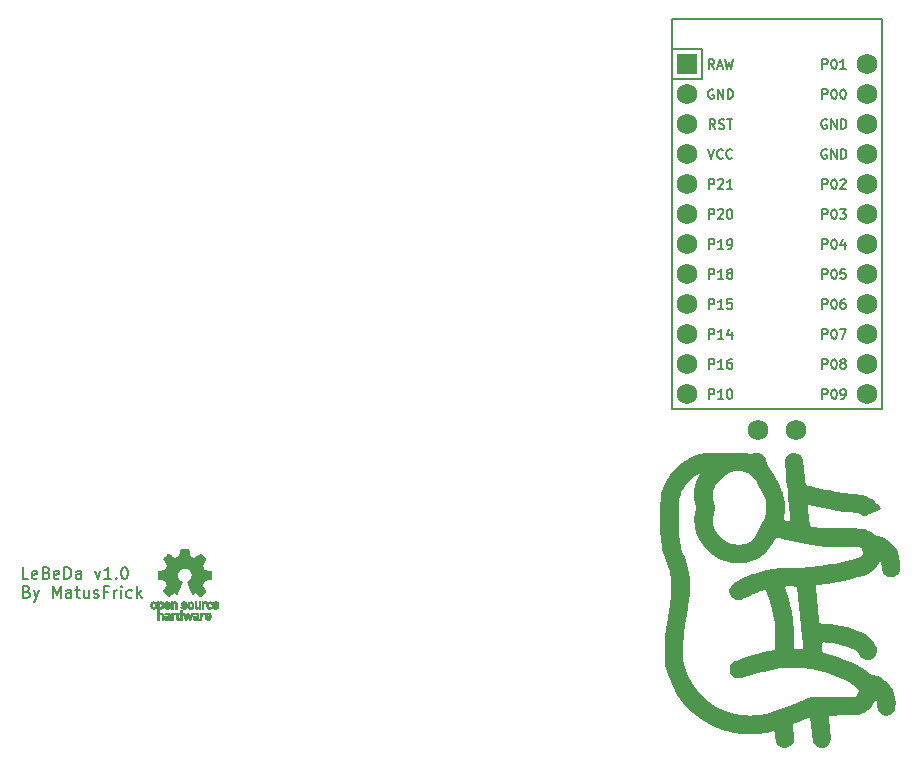
<source format=gbr>
%TF.GenerationSoftware,KiCad,Pcbnew,6.0.4*%
%TF.CreationDate,2022-04-03T20:08:53+02:00*%
%TF.ProjectId,lbd,6c62642e-6b69-4636-9164-5f7063625858,v1.0.0*%
%TF.SameCoordinates,Original*%
%TF.FileFunction,Legend,Top*%
%TF.FilePolarity,Positive*%
%FSLAX46Y46*%
G04 Gerber Fmt 4.6, Leading zero omitted, Abs format (unit mm)*
G04 Created by KiCad (PCBNEW 6.0.4) date 2022-04-03 20:08:53*
%MOMM*%
%LPD*%
G01*
G04 APERTURE LIST*
%ADD10C,0.150000*%
%ADD11C,0.010000*%
%ADD12C,1.752600*%
%ADD13R,1.752600X1.752600*%
G04 APERTURE END LIST*
D10*
X130461785Y-106447380D02*
X129985595Y-106447380D01*
X129985595Y-105447380D01*
X131176071Y-106399761D02*
X131080833Y-106447380D01*
X130890357Y-106447380D01*
X130795119Y-106399761D01*
X130747500Y-106304523D01*
X130747500Y-105923571D01*
X130795119Y-105828333D01*
X130890357Y-105780714D01*
X131080833Y-105780714D01*
X131176071Y-105828333D01*
X131223690Y-105923571D01*
X131223690Y-106018809D01*
X130747500Y-106114047D01*
X131985595Y-105923571D02*
X132128452Y-105971190D01*
X132176071Y-106018809D01*
X132223690Y-106114047D01*
X132223690Y-106256904D01*
X132176071Y-106352142D01*
X132128452Y-106399761D01*
X132033214Y-106447380D01*
X131652261Y-106447380D01*
X131652261Y-105447380D01*
X131985595Y-105447380D01*
X132080833Y-105495000D01*
X132128452Y-105542619D01*
X132176071Y-105637857D01*
X132176071Y-105733095D01*
X132128452Y-105828333D01*
X132080833Y-105875952D01*
X131985595Y-105923571D01*
X131652261Y-105923571D01*
X133033214Y-106399761D02*
X132937976Y-106447380D01*
X132747500Y-106447380D01*
X132652261Y-106399761D01*
X132604642Y-106304523D01*
X132604642Y-105923571D01*
X132652261Y-105828333D01*
X132747500Y-105780714D01*
X132937976Y-105780714D01*
X133033214Y-105828333D01*
X133080833Y-105923571D01*
X133080833Y-106018809D01*
X132604642Y-106114047D01*
X133509404Y-106447380D02*
X133509404Y-105447380D01*
X133747500Y-105447380D01*
X133890357Y-105495000D01*
X133985595Y-105590238D01*
X134033214Y-105685476D01*
X134080833Y-105875952D01*
X134080833Y-106018809D01*
X134033214Y-106209285D01*
X133985595Y-106304523D01*
X133890357Y-106399761D01*
X133747500Y-106447380D01*
X133509404Y-106447380D01*
X134937976Y-106447380D02*
X134937976Y-105923571D01*
X134890357Y-105828333D01*
X134795119Y-105780714D01*
X134604642Y-105780714D01*
X134509404Y-105828333D01*
X134937976Y-106399761D02*
X134842738Y-106447380D01*
X134604642Y-106447380D01*
X134509404Y-106399761D01*
X134461785Y-106304523D01*
X134461785Y-106209285D01*
X134509404Y-106114047D01*
X134604642Y-106066428D01*
X134842738Y-106066428D01*
X134937976Y-106018809D01*
X136080833Y-105780714D02*
X136318928Y-106447380D01*
X136557023Y-105780714D01*
X137461785Y-106447380D02*
X136890357Y-106447380D01*
X137176071Y-106447380D02*
X137176071Y-105447380D01*
X137080833Y-105590238D01*
X136985595Y-105685476D01*
X136890357Y-105733095D01*
X137890357Y-106352142D02*
X137937976Y-106399761D01*
X137890357Y-106447380D01*
X137842738Y-106399761D01*
X137890357Y-106352142D01*
X137890357Y-106447380D01*
X138557023Y-105447380D02*
X138652261Y-105447380D01*
X138747500Y-105495000D01*
X138795119Y-105542619D01*
X138842738Y-105637857D01*
X138890357Y-105828333D01*
X138890357Y-106066428D01*
X138842738Y-106256904D01*
X138795119Y-106352142D01*
X138747500Y-106399761D01*
X138652261Y-106447380D01*
X138557023Y-106447380D01*
X138461785Y-106399761D01*
X138414166Y-106352142D01*
X138366547Y-106256904D01*
X138318928Y-106066428D01*
X138318928Y-105828333D01*
X138366547Y-105637857D01*
X138414166Y-105542619D01*
X138461785Y-105495000D01*
X138557023Y-105447380D01*
X130318928Y-107533571D02*
X130461785Y-107581190D01*
X130509404Y-107628809D01*
X130557023Y-107724047D01*
X130557023Y-107866904D01*
X130509404Y-107962142D01*
X130461785Y-108009761D01*
X130366547Y-108057380D01*
X129985595Y-108057380D01*
X129985595Y-107057380D01*
X130318928Y-107057380D01*
X130414166Y-107105000D01*
X130461785Y-107152619D01*
X130509404Y-107247857D01*
X130509404Y-107343095D01*
X130461785Y-107438333D01*
X130414166Y-107485952D01*
X130318928Y-107533571D01*
X129985595Y-107533571D01*
X130890357Y-107390714D02*
X131128452Y-108057380D01*
X131366547Y-107390714D02*
X131128452Y-108057380D01*
X131033214Y-108295476D01*
X130985595Y-108343095D01*
X130890357Y-108390714D01*
X132509404Y-108057380D02*
X132509404Y-107057380D01*
X132842738Y-107771666D01*
X133176071Y-107057380D01*
X133176071Y-108057380D01*
X134080833Y-108057380D02*
X134080833Y-107533571D01*
X134033214Y-107438333D01*
X133937976Y-107390714D01*
X133747500Y-107390714D01*
X133652261Y-107438333D01*
X134080833Y-108009761D02*
X133985595Y-108057380D01*
X133747500Y-108057380D01*
X133652261Y-108009761D01*
X133604642Y-107914523D01*
X133604642Y-107819285D01*
X133652261Y-107724047D01*
X133747500Y-107676428D01*
X133985595Y-107676428D01*
X134080833Y-107628809D01*
X134414166Y-107390714D02*
X134795119Y-107390714D01*
X134557023Y-107057380D02*
X134557023Y-107914523D01*
X134604642Y-108009761D01*
X134699880Y-108057380D01*
X134795119Y-108057380D01*
X135557023Y-107390714D02*
X135557023Y-108057380D01*
X135128452Y-107390714D02*
X135128452Y-107914523D01*
X135176071Y-108009761D01*
X135271309Y-108057380D01*
X135414166Y-108057380D01*
X135509404Y-108009761D01*
X135557023Y-107962142D01*
X135985595Y-108009761D02*
X136080833Y-108057380D01*
X136271309Y-108057380D01*
X136366547Y-108009761D01*
X136414166Y-107914523D01*
X136414166Y-107866904D01*
X136366547Y-107771666D01*
X136271309Y-107724047D01*
X136128452Y-107724047D01*
X136033214Y-107676428D01*
X135985595Y-107581190D01*
X135985595Y-107533571D01*
X136033214Y-107438333D01*
X136128452Y-107390714D01*
X136271309Y-107390714D01*
X136366547Y-107438333D01*
X137176071Y-107533571D02*
X136842738Y-107533571D01*
X136842738Y-108057380D02*
X136842738Y-107057380D01*
X137318928Y-107057380D01*
X137699880Y-108057380D02*
X137699880Y-107390714D01*
X137699880Y-107581190D02*
X137747500Y-107485952D01*
X137795119Y-107438333D01*
X137890357Y-107390714D01*
X137985595Y-107390714D01*
X138318928Y-108057380D02*
X138318928Y-107390714D01*
X138318928Y-107057380D02*
X138271309Y-107105000D01*
X138318928Y-107152619D01*
X138366547Y-107105000D01*
X138318928Y-107057380D01*
X138318928Y-107152619D01*
X139223690Y-108009761D02*
X139128452Y-108057380D01*
X138937976Y-108057380D01*
X138842738Y-108009761D01*
X138795119Y-107962142D01*
X138747500Y-107866904D01*
X138747500Y-107581190D01*
X138795119Y-107485952D01*
X138842738Y-107438333D01*
X138937976Y-107390714D01*
X139128452Y-107390714D01*
X139223690Y-107438333D01*
X139652261Y-108057380D02*
X139652261Y-107057380D01*
X139747500Y-107676428D02*
X140033214Y-108057380D01*
X140033214Y-107390714D02*
X139652261Y-107771666D01*
%TO.C,*%
%TO.C,MCU1*%
X197678571Y-78481904D02*
X197678571Y-77681904D01*
X197983333Y-77681904D01*
X198059523Y-77720000D01*
X198097619Y-77758095D01*
X198135714Y-77834285D01*
X198135714Y-77948571D01*
X198097619Y-78024761D01*
X198059523Y-78062857D01*
X197983333Y-78100952D01*
X197678571Y-78100952D01*
X198630952Y-77681904D02*
X198707142Y-77681904D01*
X198783333Y-77720000D01*
X198821428Y-77758095D01*
X198859523Y-77834285D01*
X198897619Y-77986666D01*
X198897619Y-78177142D01*
X198859523Y-78329523D01*
X198821428Y-78405714D01*
X198783333Y-78443809D01*
X198707142Y-78481904D01*
X198630952Y-78481904D01*
X198554761Y-78443809D01*
X198516666Y-78405714D01*
X198478571Y-78329523D01*
X198440476Y-78177142D01*
X198440476Y-77986666D01*
X198478571Y-77834285D01*
X198516666Y-77758095D01*
X198554761Y-77720000D01*
X198630952Y-77681904D01*
X199583333Y-77948571D02*
X199583333Y-78481904D01*
X199392857Y-77643809D02*
X199202380Y-78215238D01*
X199697619Y-78215238D01*
X187983333Y-70061904D02*
X188250000Y-70861904D01*
X188516666Y-70061904D01*
X189240476Y-70785714D02*
X189202380Y-70823809D01*
X189088095Y-70861904D01*
X189011904Y-70861904D01*
X188897619Y-70823809D01*
X188821428Y-70747619D01*
X188783333Y-70671428D01*
X188745238Y-70519047D01*
X188745238Y-70404761D01*
X188783333Y-70252380D01*
X188821428Y-70176190D01*
X188897619Y-70100000D01*
X189011904Y-70061904D01*
X189088095Y-70061904D01*
X189202380Y-70100000D01*
X189240476Y-70138095D01*
X190040476Y-70785714D02*
X190002380Y-70823809D01*
X189888095Y-70861904D01*
X189811904Y-70861904D01*
X189697619Y-70823809D01*
X189621428Y-70747619D01*
X189583333Y-70671428D01*
X189545238Y-70519047D01*
X189545238Y-70404761D01*
X189583333Y-70252380D01*
X189621428Y-70176190D01*
X189697619Y-70100000D01*
X189811904Y-70061904D01*
X189888095Y-70061904D01*
X190002380Y-70100000D01*
X190040476Y-70138095D01*
X197678571Y-81021904D02*
X197678571Y-80221904D01*
X197983333Y-80221904D01*
X198059523Y-80260000D01*
X198097619Y-80298095D01*
X198135714Y-80374285D01*
X198135714Y-80488571D01*
X198097619Y-80564761D01*
X198059523Y-80602857D01*
X197983333Y-80640952D01*
X197678571Y-80640952D01*
X198630952Y-80221904D02*
X198707142Y-80221904D01*
X198783333Y-80260000D01*
X198821428Y-80298095D01*
X198859523Y-80374285D01*
X198897619Y-80526666D01*
X198897619Y-80717142D01*
X198859523Y-80869523D01*
X198821428Y-80945714D01*
X198783333Y-80983809D01*
X198707142Y-81021904D01*
X198630952Y-81021904D01*
X198554761Y-80983809D01*
X198516666Y-80945714D01*
X198478571Y-80869523D01*
X198440476Y-80717142D01*
X198440476Y-80526666D01*
X198478571Y-80374285D01*
X198516666Y-80298095D01*
X198554761Y-80260000D01*
X198630952Y-80221904D01*
X199621428Y-80221904D02*
X199240476Y-80221904D01*
X199202380Y-80602857D01*
X199240476Y-80564761D01*
X199316666Y-80526666D01*
X199507142Y-80526666D01*
X199583333Y-80564761D01*
X199621428Y-80602857D01*
X199659523Y-80679047D01*
X199659523Y-80869523D01*
X199621428Y-80945714D01*
X199583333Y-80983809D01*
X199507142Y-81021904D01*
X199316666Y-81021904D01*
X199240476Y-80983809D01*
X199202380Y-80945714D01*
X188078571Y-78481904D02*
X188078571Y-77681904D01*
X188383333Y-77681904D01*
X188459523Y-77720000D01*
X188497619Y-77758095D01*
X188535714Y-77834285D01*
X188535714Y-77948571D01*
X188497619Y-78024761D01*
X188459523Y-78062857D01*
X188383333Y-78100952D01*
X188078571Y-78100952D01*
X189297619Y-78481904D02*
X188840476Y-78481904D01*
X189069047Y-78481904D02*
X189069047Y-77681904D01*
X188992857Y-77796190D01*
X188916666Y-77872380D01*
X188840476Y-77910476D01*
X189678571Y-78481904D02*
X189830952Y-78481904D01*
X189907142Y-78443809D01*
X189945238Y-78405714D01*
X190021428Y-78291428D01*
X190059523Y-78139047D01*
X190059523Y-77834285D01*
X190021428Y-77758095D01*
X189983333Y-77720000D01*
X189907142Y-77681904D01*
X189754761Y-77681904D01*
X189678571Y-77720000D01*
X189640476Y-77758095D01*
X189602380Y-77834285D01*
X189602380Y-78024761D01*
X189640476Y-78100952D01*
X189678571Y-78139047D01*
X189754761Y-78177142D01*
X189907142Y-78177142D01*
X189983333Y-78139047D01*
X190021428Y-78100952D01*
X190059523Y-78024761D01*
X188078571Y-91181904D02*
X188078571Y-90381904D01*
X188383333Y-90381904D01*
X188459523Y-90420000D01*
X188497619Y-90458095D01*
X188535714Y-90534285D01*
X188535714Y-90648571D01*
X188497619Y-90724761D01*
X188459523Y-90762857D01*
X188383333Y-90800952D01*
X188078571Y-90800952D01*
X189297619Y-91181904D02*
X188840476Y-91181904D01*
X189069047Y-91181904D02*
X189069047Y-90381904D01*
X188992857Y-90496190D01*
X188916666Y-90572380D01*
X188840476Y-90610476D01*
X189792857Y-90381904D02*
X189869047Y-90381904D01*
X189945238Y-90420000D01*
X189983333Y-90458095D01*
X190021428Y-90534285D01*
X190059523Y-90686666D01*
X190059523Y-90877142D01*
X190021428Y-91029523D01*
X189983333Y-91105714D01*
X189945238Y-91143809D01*
X189869047Y-91181904D01*
X189792857Y-91181904D01*
X189716666Y-91143809D01*
X189678571Y-91105714D01*
X189640476Y-91029523D01*
X189602380Y-90877142D01*
X189602380Y-90686666D01*
X189640476Y-90534285D01*
X189678571Y-90458095D01*
X189716666Y-90420000D01*
X189792857Y-90381904D01*
X197678571Y-75941904D02*
X197678571Y-75141904D01*
X197983333Y-75141904D01*
X198059523Y-75180000D01*
X198097619Y-75218095D01*
X198135714Y-75294285D01*
X198135714Y-75408571D01*
X198097619Y-75484761D01*
X198059523Y-75522857D01*
X197983333Y-75560952D01*
X197678571Y-75560952D01*
X198630952Y-75141904D02*
X198707142Y-75141904D01*
X198783333Y-75180000D01*
X198821428Y-75218095D01*
X198859523Y-75294285D01*
X198897619Y-75446666D01*
X198897619Y-75637142D01*
X198859523Y-75789523D01*
X198821428Y-75865714D01*
X198783333Y-75903809D01*
X198707142Y-75941904D01*
X198630952Y-75941904D01*
X198554761Y-75903809D01*
X198516666Y-75865714D01*
X198478571Y-75789523D01*
X198440476Y-75637142D01*
X198440476Y-75446666D01*
X198478571Y-75294285D01*
X198516666Y-75218095D01*
X198554761Y-75180000D01*
X198630952Y-75141904D01*
X199164285Y-75141904D02*
X199659523Y-75141904D01*
X199392857Y-75446666D01*
X199507142Y-75446666D01*
X199583333Y-75484761D01*
X199621428Y-75522857D01*
X199659523Y-75599047D01*
X199659523Y-75789523D01*
X199621428Y-75865714D01*
X199583333Y-75903809D01*
X199507142Y-75941904D01*
X199278571Y-75941904D01*
X199202380Y-75903809D01*
X199164285Y-75865714D01*
X197678571Y-83561904D02*
X197678571Y-82761904D01*
X197983333Y-82761904D01*
X198059523Y-82800000D01*
X198097619Y-82838095D01*
X198135714Y-82914285D01*
X198135714Y-83028571D01*
X198097619Y-83104761D01*
X198059523Y-83142857D01*
X197983333Y-83180952D01*
X197678571Y-83180952D01*
X198630952Y-82761904D02*
X198707142Y-82761904D01*
X198783333Y-82800000D01*
X198821428Y-82838095D01*
X198859523Y-82914285D01*
X198897619Y-83066666D01*
X198897619Y-83257142D01*
X198859523Y-83409523D01*
X198821428Y-83485714D01*
X198783333Y-83523809D01*
X198707142Y-83561904D01*
X198630952Y-83561904D01*
X198554761Y-83523809D01*
X198516666Y-83485714D01*
X198478571Y-83409523D01*
X198440476Y-83257142D01*
X198440476Y-83066666D01*
X198478571Y-82914285D01*
X198516666Y-82838095D01*
X198554761Y-82800000D01*
X198630952Y-82761904D01*
X199583333Y-82761904D02*
X199430952Y-82761904D01*
X199354761Y-82800000D01*
X199316666Y-82838095D01*
X199240476Y-82952380D01*
X199202380Y-83104761D01*
X199202380Y-83409523D01*
X199240476Y-83485714D01*
X199278571Y-83523809D01*
X199354761Y-83561904D01*
X199507142Y-83561904D01*
X199583333Y-83523809D01*
X199621428Y-83485714D01*
X199659523Y-83409523D01*
X199659523Y-83219047D01*
X199621428Y-83142857D01*
X199583333Y-83104761D01*
X199507142Y-83066666D01*
X199354761Y-83066666D01*
X199278571Y-83104761D01*
X199240476Y-83142857D01*
X199202380Y-83219047D01*
X188497619Y-63241904D02*
X188230952Y-62860952D01*
X188040476Y-63241904D02*
X188040476Y-62441904D01*
X188345238Y-62441904D01*
X188421428Y-62480000D01*
X188459523Y-62518095D01*
X188497619Y-62594285D01*
X188497619Y-62708571D01*
X188459523Y-62784761D01*
X188421428Y-62822857D01*
X188345238Y-62860952D01*
X188040476Y-62860952D01*
X188802380Y-63013333D02*
X189183333Y-63013333D01*
X188726190Y-63241904D02*
X188992857Y-62441904D01*
X189259523Y-63241904D01*
X189450000Y-62441904D02*
X189640476Y-63241904D01*
X189792857Y-62670476D01*
X189945238Y-63241904D01*
X190135714Y-62441904D01*
X197678571Y-91181904D02*
X197678571Y-90381904D01*
X197983333Y-90381904D01*
X198059523Y-90420000D01*
X198097619Y-90458095D01*
X198135714Y-90534285D01*
X198135714Y-90648571D01*
X198097619Y-90724761D01*
X198059523Y-90762857D01*
X197983333Y-90800952D01*
X197678571Y-90800952D01*
X198630952Y-90381904D02*
X198707142Y-90381904D01*
X198783333Y-90420000D01*
X198821428Y-90458095D01*
X198859523Y-90534285D01*
X198897619Y-90686666D01*
X198897619Y-90877142D01*
X198859523Y-91029523D01*
X198821428Y-91105714D01*
X198783333Y-91143809D01*
X198707142Y-91181904D01*
X198630952Y-91181904D01*
X198554761Y-91143809D01*
X198516666Y-91105714D01*
X198478571Y-91029523D01*
X198440476Y-90877142D01*
X198440476Y-90686666D01*
X198478571Y-90534285D01*
X198516666Y-90458095D01*
X198554761Y-90420000D01*
X198630952Y-90381904D01*
X199278571Y-91181904D02*
X199430952Y-91181904D01*
X199507142Y-91143809D01*
X199545238Y-91105714D01*
X199621428Y-90991428D01*
X199659523Y-90839047D01*
X199659523Y-90534285D01*
X199621428Y-90458095D01*
X199583333Y-90420000D01*
X199507142Y-90381904D01*
X199354761Y-90381904D01*
X199278571Y-90420000D01*
X199240476Y-90458095D01*
X199202380Y-90534285D01*
X199202380Y-90724761D01*
X199240476Y-90800952D01*
X199278571Y-90839047D01*
X199354761Y-90877142D01*
X199507142Y-90877142D01*
X199583333Y-90839047D01*
X199621428Y-90800952D01*
X199659523Y-90724761D01*
X197678571Y-63241904D02*
X197678571Y-62441904D01*
X197983333Y-62441904D01*
X198059523Y-62480000D01*
X198097619Y-62518095D01*
X198135714Y-62594285D01*
X198135714Y-62708571D01*
X198097619Y-62784761D01*
X198059523Y-62822857D01*
X197983333Y-62860952D01*
X197678571Y-62860952D01*
X198630952Y-62441904D02*
X198707142Y-62441904D01*
X198783333Y-62480000D01*
X198821428Y-62518095D01*
X198859523Y-62594285D01*
X198897619Y-62746666D01*
X198897619Y-62937142D01*
X198859523Y-63089523D01*
X198821428Y-63165714D01*
X198783333Y-63203809D01*
X198707142Y-63241904D01*
X198630952Y-63241904D01*
X198554761Y-63203809D01*
X198516666Y-63165714D01*
X198478571Y-63089523D01*
X198440476Y-62937142D01*
X198440476Y-62746666D01*
X198478571Y-62594285D01*
X198516666Y-62518095D01*
X198554761Y-62480000D01*
X198630952Y-62441904D01*
X199659523Y-63241904D02*
X199202380Y-63241904D01*
X199430952Y-63241904D02*
X199430952Y-62441904D01*
X199354761Y-62556190D01*
X199278571Y-62632380D01*
X199202380Y-62670476D01*
X188078571Y-86101904D02*
X188078571Y-85301904D01*
X188383333Y-85301904D01*
X188459523Y-85340000D01*
X188497619Y-85378095D01*
X188535714Y-85454285D01*
X188535714Y-85568571D01*
X188497619Y-85644761D01*
X188459523Y-85682857D01*
X188383333Y-85720952D01*
X188078571Y-85720952D01*
X189297619Y-86101904D02*
X188840476Y-86101904D01*
X189069047Y-86101904D02*
X189069047Y-85301904D01*
X188992857Y-85416190D01*
X188916666Y-85492380D01*
X188840476Y-85530476D01*
X189983333Y-85568571D02*
X189983333Y-86101904D01*
X189792857Y-85263809D02*
X189602380Y-85835238D01*
X190097619Y-85835238D01*
X188611904Y-68321904D02*
X188345238Y-67940952D01*
X188154761Y-68321904D02*
X188154761Y-67521904D01*
X188459523Y-67521904D01*
X188535714Y-67560000D01*
X188573809Y-67598095D01*
X188611904Y-67674285D01*
X188611904Y-67788571D01*
X188573809Y-67864761D01*
X188535714Y-67902857D01*
X188459523Y-67940952D01*
X188154761Y-67940952D01*
X188916666Y-68283809D02*
X189030952Y-68321904D01*
X189221428Y-68321904D01*
X189297619Y-68283809D01*
X189335714Y-68245714D01*
X189373809Y-68169523D01*
X189373809Y-68093333D01*
X189335714Y-68017142D01*
X189297619Y-67979047D01*
X189221428Y-67940952D01*
X189069047Y-67902857D01*
X188992857Y-67864761D01*
X188954761Y-67826666D01*
X188916666Y-67750476D01*
X188916666Y-67674285D01*
X188954761Y-67598095D01*
X188992857Y-67560000D01*
X189069047Y-67521904D01*
X189259523Y-67521904D01*
X189373809Y-67560000D01*
X189602380Y-67521904D02*
X190059523Y-67521904D01*
X189830952Y-68321904D02*
X189830952Y-67521904D01*
X198040476Y-67560000D02*
X197964285Y-67521904D01*
X197850000Y-67521904D01*
X197735714Y-67560000D01*
X197659523Y-67636190D01*
X197621428Y-67712380D01*
X197583333Y-67864761D01*
X197583333Y-67979047D01*
X197621428Y-68131428D01*
X197659523Y-68207619D01*
X197735714Y-68283809D01*
X197850000Y-68321904D01*
X197926190Y-68321904D01*
X198040476Y-68283809D01*
X198078571Y-68245714D01*
X198078571Y-67979047D01*
X197926190Y-67979047D01*
X198421428Y-68321904D02*
X198421428Y-67521904D01*
X198878571Y-68321904D01*
X198878571Y-67521904D01*
X199259523Y-68321904D02*
X199259523Y-67521904D01*
X199450000Y-67521904D01*
X199564285Y-67560000D01*
X199640476Y-67636190D01*
X199678571Y-67712380D01*
X199716666Y-67864761D01*
X199716666Y-67979047D01*
X199678571Y-68131428D01*
X199640476Y-68207619D01*
X199564285Y-68283809D01*
X199450000Y-68321904D01*
X199259523Y-68321904D01*
X188078571Y-83561904D02*
X188078571Y-82761904D01*
X188383333Y-82761904D01*
X188459523Y-82800000D01*
X188497619Y-82838095D01*
X188535714Y-82914285D01*
X188535714Y-83028571D01*
X188497619Y-83104761D01*
X188459523Y-83142857D01*
X188383333Y-83180952D01*
X188078571Y-83180952D01*
X189297619Y-83561904D02*
X188840476Y-83561904D01*
X189069047Y-83561904D02*
X189069047Y-82761904D01*
X188992857Y-82876190D01*
X188916666Y-82952380D01*
X188840476Y-82990476D01*
X190021428Y-82761904D02*
X189640476Y-82761904D01*
X189602380Y-83142857D01*
X189640476Y-83104761D01*
X189716666Y-83066666D01*
X189907142Y-83066666D01*
X189983333Y-83104761D01*
X190021428Y-83142857D01*
X190059523Y-83219047D01*
X190059523Y-83409523D01*
X190021428Y-83485714D01*
X189983333Y-83523809D01*
X189907142Y-83561904D01*
X189716666Y-83561904D01*
X189640476Y-83523809D01*
X189602380Y-83485714D01*
X188078571Y-73401904D02*
X188078571Y-72601904D01*
X188383333Y-72601904D01*
X188459523Y-72640000D01*
X188497619Y-72678095D01*
X188535714Y-72754285D01*
X188535714Y-72868571D01*
X188497619Y-72944761D01*
X188459523Y-72982857D01*
X188383333Y-73020952D01*
X188078571Y-73020952D01*
X188840476Y-72678095D02*
X188878571Y-72640000D01*
X188954761Y-72601904D01*
X189145238Y-72601904D01*
X189221428Y-72640000D01*
X189259523Y-72678095D01*
X189297619Y-72754285D01*
X189297619Y-72830476D01*
X189259523Y-72944761D01*
X188802380Y-73401904D01*
X189297619Y-73401904D01*
X190059523Y-73401904D02*
X189602380Y-73401904D01*
X189830952Y-73401904D02*
X189830952Y-72601904D01*
X189754761Y-72716190D01*
X189678571Y-72792380D01*
X189602380Y-72830476D01*
X197678571Y-88641904D02*
X197678571Y-87841904D01*
X197983333Y-87841904D01*
X198059523Y-87880000D01*
X198097619Y-87918095D01*
X198135714Y-87994285D01*
X198135714Y-88108571D01*
X198097619Y-88184761D01*
X198059523Y-88222857D01*
X197983333Y-88260952D01*
X197678571Y-88260952D01*
X198630952Y-87841904D02*
X198707142Y-87841904D01*
X198783333Y-87880000D01*
X198821428Y-87918095D01*
X198859523Y-87994285D01*
X198897619Y-88146666D01*
X198897619Y-88337142D01*
X198859523Y-88489523D01*
X198821428Y-88565714D01*
X198783333Y-88603809D01*
X198707142Y-88641904D01*
X198630952Y-88641904D01*
X198554761Y-88603809D01*
X198516666Y-88565714D01*
X198478571Y-88489523D01*
X198440476Y-88337142D01*
X198440476Y-88146666D01*
X198478571Y-87994285D01*
X198516666Y-87918095D01*
X198554761Y-87880000D01*
X198630952Y-87841904D01*
X199354761Y-88184761D02*
X199278571Y-88146666D01*
X199240476Y-88108571D01*
X199202380Y-88032380D01*
X199202380Y-87994285D01*
X199240476Y-87918095D01*
X199278571Y-87880000D01*
X199354761Y-87841904D01*
X199507142Y-87841904D01*
X199583333Y-87880000D01*
X199621428Y-87918095D01*
X199659523Y-87994285D01*
X199659523Y-88032380D01*
X199621428Y-88108571D01*
X199583333Y-88146666D01*
X199507142Y-88184761D01*
X199354761Y-88184761D01*
X199278571Y-88222857D01*
X199240476Y-88260952D01*
X199202380Y-88337142D01*
X199202380Y-88489523D01*
X199240476Y-88565714D01*
X199278571Y-88603809D01*
X199354761Y-88641904D01*
X199507142Y-88641904D01*
X199583333Y-88603809D01*
X199621428Y-88565714D01*
X199659523Y-88489523D01*
X199659523Y-88337142D01*
X199621428Y-88260952D01*
X199583333Y-88222857D01*
X199507142Y-88184761D01*
X198040476Y-70100000D02*
X197964285Y-70061904D01*
X197850000Y-70061904D01*
X197735714Y-70100000D01*
X197659523Y-70176190D01*
X197621428Y-70252380D01*
X197583333Y-70404761D01*
X197583333Y-70519047D01*
X197621428Y-70671428D01*
X197659523Y-70747619D01*
X197735714Y-70823809D01*
X197850000Y-70861904D01*
X197926190Y-70861904D01*
X198040476Y-70823809D01*
X198078571Y-70785714D01*
X198078571Y-70519047D01*
X197926190Y-70519047D01*
X198421428Y-70861904D02*
X198421428Y-70061904D01*
X198878571Y-70861904D01*
X198878571Y-70061904D01*
X199259523Y-70861904D02*
X199259523Y-70061904D01*
X199450000Y-70061904D01*
X199564285Y-70100000D01*
X199640476Y-70176190D01*
X199678571Y-70252380D01*
X199716666Y-70404761D01*
X199716666Y-70519047D01*
X199678571Y-70671428D01*
X199640476Y-70747619D01*
X199564285Y-70823809D01*
X199450000Y-70861904D01*
X199259523Y-70861904D01*
X197678571Y-86101904D02*
X197678571Y-85301904D01*
X197983333Y-85301904D01*
X198059523Y-85340000D01*
X198097619Y-85378095D01*
X198135714Y-85454285D01*
X198135714Y-85568571D01*
X198097619Y-85644761D01*
X198059523Y-85682857D01*
X197983333Y-85720952D01*
X197678571Y-85720952D01*
X198630952Y-85301904D02*
X198707142Y-85301904D01*
X198783333Y-85340000D01*
X198821428Y-85378095D01*
X198859523Y-85454285D01*
X198897619Y-85606666D01*
X198897619Y-85797142D01*
X198859523Y-85949523D01*
X198821428Y-86025714D01*
X198783333Y-86063809D01*
X198707142Y-86101904D01*
X198630952Y-86101904D01*
X198554761Y-86063809D01*
X198516666Y-86025714D01*
X198478571Y-85949523D01*
X198440476Y-85797142D01*
X198440476Y-85606666D01*
X198478571Y-85454285D01*
X198516666Y-85378095D01*
X198554761Y-85340000D01*
X198630952Y-85301904D01*
X199164285Y-85301904D02*
X199697619Y-85301904D01*
X199354761Y-86101904D01*
X197678571Y-73401904D02*
X197678571Y-72601904D01*
X197983333Y-72601904D01*
X198059523Y-72640000D01*
X198097619Y-72678095D01*
X198135714Y-72754285D01*
X198135714Y-72868571D01*
X198097619Y-72944761D01*
X198059523Y-72982857D01*
X197983333Y-73020952D01*
X197678571Y-73020952D01*
X198630952Y-72601904D02*
X198707142Y-72601904D01*
X198783333Y-72640000D01*
X198821428Y-72678095D01*
X198859523Y-72754285D01*
X198897619Y-72906666D01*
X198897619Y-73097142D01*
X198859523Y-73249523D01*
X198821428Y-73325714D01*
X198783333Y-73363809D01*
X198707142Y-73401904D01*
X198630952Y-73401904D01*
X198554761Y-73363809D01*
X198516666Y-73325714D01*
X198478571Y-73249523D01*
X198440476Y-73097142D01*
X198440476Y-72906666D01*
X198478571Y-72754285D01*
X198516666Y-72678095D01*
X198554761Y-72640000D01*
X198630952Y-72601904D01*
X199202380Y-72678095D02*
X199240476Y-72640000D01*
X199316666Y-72601904D01*
X199507142Y-72601904D01*
X199583333Y-72640000D01*
X199621428Y-72678095D01*
X199659523Y-72754285D01*
X199659523Y-72830476D01*
X199621428Y-72944761D01*
X199164285Y-73401904D01*
X199659523Y-73401904D01*
X188078571Y-81021904D02*
X188078571Y-80221904D01*
X188383333Y-80221904D01*
X188459523Y-80260000D01*
X188497619Y-80298095D01*
X188535714Y-80374285D01*
X188535714Y-80488571D01*
X188497619Y-80564761D01*
X188459523Y-80602857D01*
X188383333Y-80640952D01*
X188078571Y-80640952D01*
X189297619Y-81021904D02*
X188840476Y-81021904D01*
X189069047Y-81021904D02*
X189069047Y-80221904D01*
X188992857Y-80336190D01*
X188916666Y-80412380D01*
X188840476Y-80450476D01*
X189754761Y-80564761D02*
X189678571Y-80526666D01*
X189640476Y-80488571D01*
X189602380Y-80412380D01*
X189602380Y-80374285D01*
X189640476Y-80298095D01*
X189678571Y-80260000D01*
X189754761Y-80221904D01*
X189907142Y-80221904D01*
X189983333Y-80260000D01*
X190021428Y-80298095D01*
X190059523Y-80374285D01*
X190059523Y-80412380D01*
X190021428Y-80488571D01*
X189983333Y-80526666D01*
X189907142Y-80564761D01*
X189754761Y-80564761D01*
X189678571Y-80602857D01*
X189640476Y-80640952D01*
X189602380Y-80717142D01*
X189602380Y-80869523D01*
X189640476Y-80945714D01*
X189678571Y-80983809D01*
X189754761Y-81021904D01*
X189907142Y-81021904D01*
X189983333Y-80983809D01*
X190021428Y-80945714D01*
X190059523Y-80869523D01*
X190059523Y-80717142D01*
X190021428Y-80640952D01*
X189983333Y-80602857D01*
X189907142Y-80564761D01*
X188440476Y-65020000D02*
X188364285Y-64981904D01*
X188250000Y-64981904D01*
X188135714Y-65020000D01*
X188059523Y-65096190D01*
X188021428Y-65172380D01*
X187983333Y-65324761D01*
X187983333Y-65439047D01*
X188021428Y-65591428D01*
X188059523Y-65667619D01*
X188135714Y-65743809D01*
X188250000Y-65781904D01*
X188326190Y-65781904D01*
X188440476Y-65743809D01*
X188478571Y-65705714D01*
X188478571Y-65439047D01*
X188326190Y-65439047D01*
X188821428Y-65781904D02*
X188821428Y-64981904D01*
X189278571Y-65781904D01*
X189278571Y-64981904D01*
X189659523Y-65781904D02*
X189659523Y-64981904D01*
X189850000Y-64981904D01*
X189964285Y-65020000D01*
X190040476Y-65096190D01*
X190078571Y-65172380D01*
X190116666Y-65324761D01*
X190116666Y-65439047D01*
X190078571Y-65591428D01*
X190040476Y-65667619D01*
X189964285Y-65743809D01*
X189850000Y-65781904D01*
X189659523Y-65781904D01*
X188078571Y-88641904D02*
X188078571Y-87841904D01*
X188383333Y-87841904D01*
X188459523Y-87880000D01*
X188497619Y-87918095D01*
X188535714Y-87994285D01*
X188535714Y-88108571D01*
X188497619Y-88184761D01*
X188459523Y-88222857D01*
X188383333Y-88260952D01*
X188078571Y-88260952D01*
X189297619Y-88641904D02*
X188840476Y-88641904D01*
X189069047Y-88641904D02*
X189069047Y-87841904D01*
X188992857Y-87956190D01*
X188916666Y-88032380D01*
X188840476Y-88070476D01*
X189983333Y-87841904D02*
X189830952Y-87841904D01*
X189754761Y-87880000D01*
X189716666Y-87918095D01*
X189640476Y-88032380D01*
X189602380Y-88184761D01*
X189602380Y-88489523D01*
X189640476Y-88565714D01*
X189678571Y-88603809D01*
X189754761Y-88641904D01*
X189907142Y-88641904D01*
X189983333Y-88603809D01*
X190021428Y-88565714D01*
X190059523Y-88489523D01*
X190059523Y-88299047D01*
X190021428Y-88222857D01*
X189983333Y-88184761D01*
X189907142Y-88146666D01*
X189754761Y-88146666D01*
X189678571Y-88184761D01*
X189640476Y-88222857D01*
X189602380Y-88299047D01*
X188078571Y-75941904D02*
X188078571Y-75141904D01*
X188383333Y-75141904D01*
X188459523Y-75180000D01*
X188497619Y-75218095D01*
X188535714Y-75294285D01*
X188535714Y-75408571D01*
X188497619Y-75484761D01*
X188459523Y-75522857D01*
X188383333Y-75560952D01*
X188078571Y-75560952D01*
X188840476Y-75218095D02*
X188878571Y-75180000D01*
X188954761Y-75141904D01*
X189145238Y-75141904D01*
X189221428Y-75180000D01*
X189259523Y-75218095D01*
X189297619Y-75294285D01*
X189297619Y-75370476D01*
X189259523Y-75484761D01*
X188802380Y-75941904D01*
X189297619Y-75941904D01*
X189792857Y-75141904D02*
X189869047Y-75141904D01*
X189945238Y-75180000D01*
X189983333Y-75218095D01*
X190021428Y-75294285D01*
X190059523Y-75446666D01*
X190059523Y-75637142D01*
X190021428Y-75789523D01*
X189983333Y-75865714D01*
X189945238Y-75903809D01*
X189869047Y-75941904D01*
X189792857Y-75941904D01*
X189716666Y-75903809D01*
X189678571Y-75865714D01*
X189640476Y-75789523D01*
X189602380Y-75637142D01*
X189602380Y-75446666D01*
X189640476Y-75294285D01*
X189678571Y-75218095D01*
X189716666Y-75180000D01*
X189792857Y-75141904D01*
X197678571Y-65781904D02*
X197678571Y-64981904D01*
X197983333Y-64981904D01*
X198059523Y-65020000D01*
X198097619Y-65058095D01*
X198135714Y-65134285D01*
X198135714Y-65248571D01*
X198097619Y-65324761D01*
X198059523Y-65362857D01*
X197983333Y-65400952D01*
X197678571Y-65400952D01*
X198630952Y-64981904D02*
X198707142Y-64981904D01*
X198783333Y-65020000D01*
X198821428Y-65058095D01*
X198859523Y-65134285D01*
X198897619Y-65286666D01*
X198897619Y-65477142D01*
X198859523Y-65629523D01*
X198821428Y-65705714D01*
X198783333Y-65743809D01*
X198707142Y-65781904D01*
X198630952Y-65781904D01*
X198554761Y-65743809D01*
X198516666Y-65705714D01*
X198478571Y-65629523D01*
X198440476Y-65477142D01*
X198440476Y-65286666D01*
X198478571Y-65134285D01*
X198516666Y-65058095D01*
X198554761Y-65020000D01*
X198630952Y-64981904D01*
X199392857Y-64981904D02*
X199469047Y-64981904D01*
X199545238Y-65020000D01*
X199583333Y-65058095D01*
X199621428Y-65134285D01*
X199659523Y-65286666D01*
X199659523Y-65477142D01*
X199621428Y-65629523D01*
X199583333Y-65705714D01*
X199545238Y-65743809D01*
X199469047Y-65781904D01*
X199392857Y-65781904D01*
X199316666Y-65743809D01*
X199278571Y-65705714D01*
X199240476Y-65629523D01*
X199202380Y-65477142D01*
X199202380Y-65286666D01*
X199240476Y-65134285D01*
X199278571Y-65058095D01*
X199316666Y-65020000D01*
X199392857Y-64981904D01*
%TO.C,G\u002A\u002A\u002A*%
G36*
X191584423Y-119552990D02*
G01*
X191211193Y-119552486D01*
X190916484Y-119548582D01*
X190681148Y-119539979D01*
X190486037Y-119525376D01*
X190312002Y-119503472D01*
X190139894Y-119472966D01*
X190012143Y-119446199D01*
X189190067Y-119218781D01*
X188414324Y-118908268D01*
X187689562Y-118519203D01*
X187020430Y-118056128D01*
X186411575Y-117523586D01*
X185867648Y-116926120D01*
X185393295Y-116268273D01*
X184993166Y-115554587D01*
X184671909Y-114789604D01*
X184439467Y-114000413D01*
X184394583Y-113802879D01*
X184361396Y-113630482D01*
X184338178Y-113462483D01*
X184323203Y-113278145D01*
X184314744Y-113056729D01*
X184311075Y-112777498D01*
X184310446Y-112450769D01*
X184310992Y-112189649D01*
X184313266Y-111966369D01*
X184318743Y-111766581D01*
X184328896Y-111575935D01*
X184345200Y-111380082D01*
X184369128Y-111164674D01*
X184402155Y-110915360D01*
X184445754Y-110617792D01*
X184501400Y-110257620D01*
X184570567Y-109820496D01*
X184598967Y-109642115D01*
X184675149Y-109160727D01*
X184736719Y-108762049D01*
X184785214Y-108432442D01*
X184822169Y-108158267D01*
X184849120Y-107925886D01*
X184867603Y-107721660D01*
X184879155Y-107531951D01*
X184885311Y-107343119D01*
X184887607Y-107141527D01*
X184887771Y-107077692D01*
X184881535Y-106693442D01*
X184858317Y-106359775D01*
X184812828Y-106050512D01*
X184739778Y-105739472D01*
X184633879Y-105400476D01*
X184489841Y-105007344D01*
X184447382Y-104897864D01*
X184320113Y-104556839D01*
X184214794Y-104234790D01*
X184129706Y-103918166D01*
X184063125Y-103593419D01*
X184013331Y-103246998D01*
X183978600Y-102865354D01*
X183957212Y-102434938D01*
X183947445Y-101942199D01*
X183947577Y-101373589D01*
X183951430Y-101013157D01*
X185510252Y-101013157D01*
X185516866Y-101515183D01*
X185518063Y-101582500D01*
X185528291Y-102068558D01*
X185541249Y-102472559D01*
X185559353Y-102810136D01*
X185585015Y-103096924D01*
X185620652Y-103348557D01*
X185668676Y-103580668D01*
X185731503Y-103808892D01*
X185811547Y-104048864D01*
X185911222Y-104316217D01*
X185959351Y-104440000D01*
X186111234Y-104847360D01*
X186236107Y-105231924D01*
X186334397Y-105604974D01*
X186406527Y-105977797D01*
X186452922Y-106361674D01*
X186474006Y-106767891D01*
X186470205Y-107207732D01*
X186441942Y-107692480D01*
X186389644Y-108233420D01*
X186313733Y-108841836D01*
X186214635Y-109529012D01*
X186163374Y-109861923D01*
X186069355Y-110476611D01*
X185993422Y-111006104D01*
X185934791Y-111461062D01*
X185892676Y-111852142D01*
X185866295Y-112190003D01*
X185854862Y-112485304D01*
X185857593Y-112748702D01*
X185873704Y-112990857D01*
X185902411Y-113222426D01*
X185911737Y-113281580D01*
X186074736Y-114005036D01*
X186319075Y-114675842D01*
X186647585Y-115299488D01*
X187063098Y-115881465D01*
X187499216Y-116359791D01*
X188060248Y-116854063D01*
X188654164Y-117258046D01*
X189285694Y-117573806D01*
X189959569Y-117803409D01*
X190680522Y-117948919D01*
X191266923Y-118004756D01*
X191589877Y-118015301D01*
X191897697Y-118009350D01*
X192202202Y-117984060D01*
X192515209Y-117936586D01*
X192848539Y-117864085D01*
X193214009Y-117763711D01*
X193623439Y-117632621D01*
X194088647Y-117467971D01*
X194621452Y-117266915D01*
X195082874Y-117086430D01*
X196676324Y-116456154D01*
X200410923Y-116456154D01*
X200577000Y-116290077D01*
X200708545Y-116114973D01*
X200747087Y-115942968D01*
X200691584Y-115770925D01*
X200540988Y-115595712D01*
X200294256Y-115414194D01*
X200282508Y-115406842D01*
X199949601Y-115214542D01*
X199555286Y-115010451D01*
X199131927Y-114809661D01*
X198711886Y-114627263D01*
X198327526Y-114478349D01*
X198190925Y-114431508D01*
X197481010Y-114226989D01*
X196783352Y-114084823D01*
X196070869Y-114001336D01*
X196053846Y-114000693D01*
X195316481Y-113972857D01*
X194858980Y-113979778D01*
X194465919Y-113997247D01*
X194106018Y-114025528D01*
X193760927Y-114068162D01*
X193412295Y-114128686D01*
X193041771Y-114210642D01*
X192631004Y-114317569D01*
X192161643Y-114453006D01*
X191742460Y-114580902D01*
X191349260Y-114700323D01*
X191035532Y-114788311D01*
X190788745Y-114846287D01*
X190596368Y-114875672D01*
X190445871Y-114877887D01*
X190324723Y-114854351D01*
X190220393Y-114806487D01*
X190153111Y-114761103D01*
X189968473Y-114591138D01*
X189864956Y-114404725D01*
X189827041Y-114171099D01*
X189825961Y-114112491D01*
X189834147Y-113932017D01*
X189868150Y-113803732D01*
X189942139Y-113682830D01*
X189975427Y-113639823D01*
X190046290Y-113559375D01*
X190126249Y-113493898D01*
X190234042Y-113433806D01*
X190388408Y-113369516D01*
X190608086Y-113291445D01*
X190750046Y-113243656D01*
X191496372Y-113004084D01*
X192163630Y-112809377D01*
X192749328Y-112660232D01*
X193107109Y-112583766D01*
X193652871Y-112478221D01*
X193687822Y-112012668D01*
X193706303Y-111447520D01*
X193684771Y-110824990D01*
X193626315Y-110175369D01*
X193534025Y-109528946D01*
X193410990Y-108916011D01*
X193345508Y-108655825D01*
X193264903Y-108377544D01*
X193176184Y-108104456D01*
X193085812Y-107853277D01*
X193000244Y-107640724D01*
X192925939Y-107483512D01*
X192869354Y-107398357D01*
X192856090Y-107389073D01*
X192765026Y-107390890D01*
X192602511Y-107430858D01*
X192384299Y-107503094D01*
X192126143Y-107601714D01*
X191843799Y-107720836D01*
X191553019Y-107854575D01*
X191376971Y-107941461D01*
X191064355Y-108092785D01*
X190820825Y-108194535D01*
X190651327Y-108244744D01*
X190601394Y-108250000D01*
X190340155Y-108207962D01*
X190122274Y-108093042D01*
X189955570Y-107922035D01*
X189847859Y-107711736D01*
X189806959Y-107478938D01*
X189840688Y-107240436D01*
X189904990Y-107114567D01*
X194508331Y-107114567D01*
X194509503Y-107148193D01*
X194514445Y-107161461D01*
X194677247Y-107607520D01*
X194833699Y-108122650D01*
X194976057Y-108678238D01*
X195096574Y-109245673D01*
X195133017Y-109446731D01*
X195171601Y-109699864D01*
X195201556Y-109969398D01*
X195224204Y-110274297D01*
X195240868Y-110633522D01*
X195252868Y-111066034D01*
X195255616Y-111205192D01*
X195277107Y-112377500D01*
X195665476Y-112391687D01*
X196053846Y-112405874D01*
X196051237Y-112269572D01*
X196045924Y-112195529D01*
X196031645Y-112034004D01*
X196009341Y-111794705D01*
X195979948Y-111487337D01*
X195944407Y-111121609D01*
X195903656Y-110707227D01*
X195858633Y-110253899D01*
X195810277Y-109771331D01*
X195794795Y-109617692D01*
X195540961Y-107102115D01*
X195009982Y-107088192D01*
X194777297Y-107083198D01*
X194626568Y-107084385D01*
X194542133Y-107094070D01*
X194508331Y-107114567D01*
X189904990Y-107114567D01*
X189956864Y-107013024D01*
X190000452Y-106959021D01*
X190110021Y-106866538D01*
X190293190Y-106747545D01*
X190532514Y-106610957D01*
X190810549Y-106465686D01*
X191109850Y-106320646D01*
X191412972Y-106184748D01*
X191702472Y-106066908D01*
X191856918Y-106010467D01*
X192609547Y-105790740D01*
X193414180Y-105631969D01*
X194243095Y-105538652D01*
X194916248Y-105514132D01*
X195733562Y-105492849D01*
X196601692Y-105432725D01*
X197483475Y-105337392D01*
X198341750Y-105210479D01*
X198715961Y-105142967D01*
X199057825Y-105073703D01*
X199410464Y-104995669D01*
X199759327Y-104912731D01*
X200089865Y-104828759D01*
X200387528Y-104747619D01*
X200637766Y-104673180D01*
X200826030Y-104609309D01*
X200937768Y-104559875D01*
X200954955Y-104547766D01*
X201086930Y-104372797D01*
X201125048Y-104175149D01*
X201067451Y-103964999D01*
X201062880Y-103955993D01*
X201006613Y-103866434D01*
X200934648Y-103801254D01*
X200833144Y-103758046D01*
X200688265Y-103734406D01*
X200486172Y-103727928D01*
X200213025Y-103736207D01*
X199900426Y-103753944D01*
X199265077Y-103780606D01*
X198639805Y-103777986D01*
X198009648Y-103744345D01*
X197359644Y-103677941D01*
X196674830Y-103577034D01*
X195940246Y-103439881D01*
X195140929Y-103264741D01*
X194618094Y-103139232D01*
X194341221Y-103071710D01*
X194099330Y-103014284D01*
X193907424Y-102970388D01*
X193780508Y-102943454D01*
X193733630Y-102936842D01*
X193708378Y-102983264D01*
X193649073Y-103097075D01*
X193565934Y-103258578D01*
X193511307Y-103365385D01*
X193281918Y-103736975D01*
X192987729Y-104094487D01*
X192652421Y-104413658D01*
X192299676Y-104670229D01*
X192160831Y-104748946D01*
X191650139Y-104960134D01*
X191105930Y-105087475D01*
X190544810Y-105130972D01*
X190535258Y-105130286D01*
X189983385Y-105090623D01*
X189438261Y-104966430D01*
X188926044Y-104758391D01*
X188907630Y-104748925D01*
X188673996Y-104602300D01*
X188405901Y-104392837D01*
X188122301Y-104139494D01*
X187842154Y-103861228D01*
X187584416Y-103576996D01*
X187368044Y-103305755D01*
X187211996Y-103066461D01*
X187196844Y-103038139D01*
X186986370Y-102530757D01*
X186860520Y-101993389D01*
X186821764Y-101444821D01*
X186872574Y-100903841D01*
X186899107Y-100773970D01*
X186938759Y-100580437D01*
X186951868Y-100433769D01*
X186938435Y-100286813D01*
X186899107Y-100095261D01*
X186827665Y-99579559D01*
X186832667Y-99346974D01*
X188411462Y-99346974D01*
X188411520Y-99360000D01*
X188420642Y-99612570D01*
X188449036Y-99804075D01*
X188502710Y-99970236D01*
X188521423Y-100013421D01*
X188612241Y-100298972D01*
X188612997Y-100571847D01*
X188523749Y-100857086D01*
X188523353Y-100857970D01*
X188461679Y-101029670D01*
X188427161Y-101223793D01*
X188413879Y-101475427D01*
X188413449Y-101509231D01*
X188427200Y-101807222D01*
X188481488Y-102064673D01*
X188586402Y-102302716D01*
X188752031Y-102542484D01*
X188988465Y-102805111D01*
X189072190Y-102889034D01*
X189335469Y-103134435D01*
X189565832Y-103310771D01*
X189787033Y-103428553D01*
X190022829Y-103498292D01*
X190296975Y-103530497D01*
X190535258Y-103536346D01*
X190772696Y-103534272D01*
X190942704Y-103524188D01*
X191075520Y-103500301D01*
X191201382Y-103456818D01*
X191350526Y-103387945D01*
X191376576Y-103375164D01*
X191542938Y-103285062D01*
X191685652Y-103184821D01*
X191814991Y-103061323D01*
X191941230Y-102901448D01*
X192074641Y-102692080D01*
X192225498Y-102420098D01*
X192404075Y-102072384D01*
X192417042Y-102046539D01*
X192580403Y-101718716D01*
X192704583Y-101460416D01*
X192794693Y-101254084D01*
X192855842Y-101082167D01*
X192893140Y-100927112D01*
X192911698Y-100771365D01*
X192916624Y-100597373D01*
X192913030Y-100387582D01*
X192911924Y-100346533D01*
X192896783Y-99794412D01*
X192451701Y-98902608D01*
X192261966Y-98531083D01*
X192099840Y-98237026D01*
X191955342Y-98007737D01*
X191818492Y-97830514D01*
X191679310Y-97692655D01*
X191527815Y-97581459D01*
X191354027Y-97484223D01*
X191326481Y-97470575D01*
X191189941Y-97408735D01*
X191066187Y-97369196D01*
X190926277Y-97346977D01*
X190741268Y-97337099D01*
X190536948Y-97334719D01*
X190296173Y-97336240D01*
X190124091Y-97346136D01*
X189991763Y-97369365D01*
X189870248Y-97410886D01*
X189739243Y-97471410D01*
X189517539Y-97608849D01*
X189271275Y-97807431D01*
X189024212Y-98043394D01*
X188800112Y-98292978D01*
X188622736Y-98532420D01*
X188547948Y-98662705D01*
X188476442Y-98822382D01*
X188434776Y-98964521D01*
X188415574Y-99126819D01*
X188411462Y-99346974D01*
X186832667Y-99346974D01*
X186839067Y-99049392D01*
X186930373Y-98528536D01*
X187098638Y-98040767D01*
X187172378Y-97887605D01*
X187254786Y-97728487D01*
X187319062Y-97602697D01*
X187352040Y-97536016D01*
X187352779Y-97534359D01*
X187322972Y-97534094D01*
X187227081Y-97572668D01*
X187084713Y-97642009D01*
X187060053Y-97654831D01*
X186752083Y-97853709D01*
X186443166Y-98119178D01*
X186159571Y-98424262D01*
X185927569Y-98741987D01*
X185827513Y-98920385D01*
X185738010Y-99114190D01*
X185665718Y-99301820D01*
X185609152Y-99496046D01*
X185566827Y-99709641D01*
X185537260Y-99955377D01*
X185518965Y-100246026D01*
X185510457Y-100594363D01*
X185510252Y-101013157D01*
X183951430Y-101013157D01*
X183951610Y-100996346D01*
X183959617Y-100504667D01*
X183970635Y-100096627D01*
X183987070Y-99758175D01*
X184011325Y-99475261D01*
X184045804Y-99233832D01*
X184092911Y-99019838D01*
X184155050Y-98819228D01*
X184234626Y-98617950D01*
X184334041Y-98401953D01*
X184427964Y-98212115D01*
X184766405Y-97640895D01*
X185171080Y-97141317D01*
X185643691Y-96711676D01*
X186185944Y-96350268D01*
X186406731Y-96232414D01*
X186631481Y-96121423D01*
X186830114Y-96029896D01*
X187015098Y-95955951D01*
X187198904Y-95897704D01*
X187394000Y-95853272D01*
X187612854Y-95820772D01*
X187867938Y-95798322D01*
X188171718Y-95784039D01*
X188536665Y-95776038D01*
X188975248Y-95772438D01*
X189459615Y-95771390D01*
X189971042Y-95771917D01*
X190392902Y-95774660D01*
X190733305Y-95779875D01*
X191000356Y-95787814D01*
X191202164Y-95798734D01*
X191346835Y-95812889D01*
X191442476Y-95830534D01*
X191455047Y-95834082D01*
X191603002Y-95870226D01*
X191713029Y-95865643D01*
X191837058Y-95817936D01*
X191840520Y-95816297D01*
X192085517Y-95748562D01*
X192326901Y-95768196D01*
X192548777Y-95865652D01*
X192735252Y-96031380D01*
X192870433Y-96255833D01*
X192930989Y-96471408D01*
X192986933Y-96673941D01*
X193098397Y-96872552D01*
X193175631Y-96975892D01*
X193282349Y-97130626D01*
X193416462Y-97355931D01*
X193569181Y-97633860D01*
X193731723Y-97946466D01*
X193895300Y-98275805D01*
X194051126Y-98603929D01*
X194190415Y-98912893D01*
X194304382Y-99184751D01*
X194384241Y-99401558D01*
X194413800Y-99504915D01*
X194447624Y-99713933D01*
X194471847Y-99984181D01*
X194485993Y-100287823D01*
X194489585Y-100597025D01*
X194482147Y-100883953D01*
X194463204Y-101120773D01*
X194443457Y-101239206D01*
X194419018Y-101364190D01*
X194412541Y-101441049D01*
X194415146Y-101449890D01*
X194471492Y-101473714D01*
X194586125Y-101507483D01*
X194725838Y-101543046D01*
X194857422Y-101572250D01*
X194947670Y-101586943D01*
X194967979Y-101585611D01*
X194966661Y-101535041D01*
X194956281Y-101396399D01*
X194937683Y-101178800D01*
X194911709Y-100891361D01*
X194879204Y-100543197D01*
X194841011Y-100143426D01*
X194797972Y-99701162D01*
X194750933Y-99225523D01*
X194733016Y-99046228D01*
X194682671Y-98534456D01*
X194637302Y-98054788D01*
X194597655Y-97616326D01*
X194564478Y-97228172D01*
X194538517Y-96899426D01*
X194520518Y-96639191D01*
X194511228Y-96456568D01*
X194511393Y-96360658D01*
X194512254Y-96354443D01*
X194586518Y-96172423D01*
X194724585Y-95995098D01*
X194897650Y-95851687D01*
X195076909Y-95771412D01*
X195089577Y-95768793D01*
X195368502Y-95760755D01*
X195624615Y-95837310D01*
X195838867Y-95989634D01*
X195978184Y-96180373D01*
X196003560Y-96268375D01*
X196034941Y-96438585D01*
X196070132Y-96675866D01*
X196106941Y-96965079D01*
X196143171Y-97291085D01*
X196152574Y-97383497D01*
X196185096Y-97697292D01*
X196216509Y-97977981D01*
X196245007Y-98211106D01*
X196268779Y-98382212D01*
X196286018Y-98476840D01*
X196291048Y-98490503D01*
X196349966Y-98513987D01*
X196490597Y-98553350D01*
X196698830Y-98605472D01*
X196960550Y-98667234D01*
X197261645Y-98735515D01*
X197588001Y-98807195D01*
X197925505Y-98879155D01*
X198260044Y-98948275D01*
X198577505Y-99011435D01*
X198863774Y-99065515D01*
X199009038Y-99091334D01*
X199333045Y-99142715D01*
X199688040Y-99191681D01*
X200033095Y-99232992D01*
X200327277Y-99261407D01*
X200352308Y-99263336D01*
X200607146Y-99285619D01*
X200845048Y-99312178D01*
X201038814Y-99339622D01*
X201158269Y-99363718D01*
X201385577Y-99447129D01*
X201642870Y-99571873D01*
X201894072Y-99717979D01*
X202103110Y-99865472D01*
X202171329Y-99924613D01*
X202318685Y-100074784D01*
X202449855Y-100226820D01*
X202548123Y-100359538D01*
X202596771Y-100451758D01*
X202599231Y-100466796D01*
X202557535Y-100503286D01*
X202442468Y-100573018D01*
X202269057Y-100667654D01*
X202052333Y-100778853D01*
X201913974Y-100847037D01*
X201652061Y-100973055D01*
X201463050Y-101059835D01*
X201332646Y-101112192D01*
X201246557Y-101134941D01*
X201190487Y-101132898D01*
X201150144Y-101110879D01*
X201144647Y-101106223D01*
X201014322Y-101010159D01*
X200861845Y-100938702D01*
X200667861Y-100886485D01*
X200413014Y-100848145D01*
X200115900Y-100821091D01*
X199568938Y-100765426D01*
X198931790Y-100673238D01*
X198204331Y-100544507D01*
X197386433Y-100379212D01*
X197282537Y-100356991D01*
X197016354Y-100301284D01*
X196784985Y-100255785D01*
X196604599Y-100223438D01*
X196491365Y-100207186D01*
X196460277Y-100207287D01*
X196456606Y-100261777D01*
X196462691Y-100394113D01*
X196476624Y-100585150D01*
X196496497Y-100815739D01*
X196520404Y-101066733D01*
X196546438Y-101318987D01*
X196572691Y-101553352D01*
X196597255Y-101750682D01*
X196618225Y-101891830D01*
X196633691Y-101957648D01*
X196634794Y-101959274D01*
X196693071Y-101981238D01*
X196826424Y-102013355D01*
X197013384Y-102050853D01*
X197177966Y-102079990D01*
X197339784Y-102104267D01*
X197513757Y-102123818D01*
X197712394Y-102139143D01*
X197948203Y-102150742D01*
X198233691Y-102159114D01*
X198581367Y-102164759D01*
X199003739Y-102168175D01*
X199424231Y-102169686D01*
X199887418Y-102171080D01*
X200263620Y-102173356D01*
X200563545Y-102177034D01*
X200797899Y-102182634D01*
X200977389Y-102190678D01*
X201112721Y-102201684D01*
X201214603Y-102216174D01*
X201293742Y-102234669D01*
X201360845Y-102257688D01*
X201378077Y-102264659D01*
X201776335Y-102476100D01*
X202013077Y-102660233D01*
X202125532Y-102730317D01*
X202293771Y-102801300D01*
X202447177Y-102848464D01*
X202904149Y-103011618D01*
X203308735Y-103257200D01*
X203614315Y-103533943D01*
X203879516Y-103860096D01*
X204068613Y-104195853D01*
X204189312Y-104562008D01*
X204249316Y-104979360D01*
X204259420Y-105275373D01*
X204256752Y-105504639D01*
X204245061Y-105662215D01*
X204219832Y-105773999D01*
X204176552Y-105865889D01*
X204148934Y-105909210D01*
X203954192Y-106123909D01*
X203726878Y-106253750D01*
X203482794Y-106298336D01*
X203237741Y-106257266D01*
X203007521Y-106130143D01*
X202826627Y-105942585D01*
X202773694Y-105845804D01*
X202735514Y-105708273D01*
X202707370Y-105508604D01*
X202691973Y-105332008D01*
X202676192Y-105126468D01*
X202662569Y-104960077D01*
X202652977Y-104855133D01*
X202649892Y-104830769D01*
X202626417Y-104857703D01*
X202571052Y-104951731D01*
X202495697Y-105092624D01*
X202494346Y-105095240D01*
X202302757Y-105392030D01*
X202053453Y-105669056D01*
X201774511Y-105898224D01*
X201573461Y-106016672D01*
X201368993Y-106100019D01*
X201083224Y-106194040D01*
X200731493Y-106295104D01*
X200329139Y-106399580D01*
X199891500Y-106503836D01*
X199433915Y-106604244D01*
X198971722Y-106697171D01*
X198520261Y-106778987D01*
X198094870Y-106846062D01*
X198032115Y-106854924D01*
X197715996Y-106898833D01*
X197483705Y-106932021D01*
X197322352Y-106957522D01*
X197219047Y-106978374D01*
X197160899Y-106997612D01*
X197135019Y-107018270D01*
X197128515Y-107043385D01*
X197128600Y-107067694D01*
X197133426Y-107135992D01*
X197147004Y-107288586D01*
X197168097Y-107512594D01*
X197195468Y-107795131D01*
X197227880Y-108123315D01*
X197264095Y-108484263D01*
X197275000Y-108591923D01*
X197312074Y-108959837D01*
X197345701Y-109298637D01*
X197374642Y-109595449D01*
X197397661Y-109837398D01*
X197413520Y-110011610D01*
X197420983Y-110105211D01*
X197421399Y-110115373D01*
X197422961Y-110145685D01*
X197435974Y-110169363D01*
X197473110Y-110188881D01*
X197547036Y-110206712D01*
X197670423Y-110225329D01*
X197855939Y-110247206D01*
X198116253Y-110274818D01*
X198374038Y-110301378D01*
X199141097Y-110404807D01*
X199831612Y-110548941D01*
X200443260Y-110732724D01*
X200973715Y-110955098D01*
X201420654Y-111215008D01*
X201781750Y-111511398D01*
X202054681Y-111843209D01*
X202156572Y-112020494D01*
X202275659Y-112335364D01*
X202302577Y-112618518D01*
X202237408Y-112869548D01*
X202080233Y-113088046D01*
X201919210Y-113218934D01*
X201698019Y-113313817D01*
X201459522Y-113327002D01*
X201225409Y-113266359D01*
X201017369Y-113139763D01*
X200857090Y-112955087D01*
X200789153Y-112808723D01*
X200688302Y-112648857D01*
X200497706Y-112494326D01*
X200225278Y-112347858D01*
X199878930Y-112212180D01*
X199466575Y-112090019D01*
X198996126Y-111984101D01*
X198475494Y-111897155D01*
X197971058Y-111837426D01*
X197805666Y-111821214D01*
X197697870Y-111821285D01*
X197637702Y-111853341D01*
X197615195Y-111933086D01*
X197620381Y-112076223D01*
X197643293Y-112298456D01*
X197648304Y-112345902D01*
X197679684Y-112646135D01*
X197880323Y-112698413D01*
X198423167Y-112856901D01*
X198985893Y-113052274D01*
X199549554Y-113276005D01*
X200095206Y-113519569D01*
X200603902Y-113774442D01*
X201056698Y-114032099D01*
X201434648Y-114284014D01*
X201480783Y-114318546D01*
X201737151Y-114465055D01*
X201988654Y-114546420D01*
X202365139Y-114659047D01*
X202698156Y-114828128D01*
X203015189Y-115069167D01*
X203164267Y-115209512D01*
X203441233Y-115520970D01*
X203641962Y-115837706D01*
X203774642Y-116180517D01*
X203847463Y-116570199D01*
X203868651Y-116998450D01*
X203865983Y-117227716D01*
X203854291Y-117385292D01*
X203829063Y-117497076D01*
X203785783Y-117588966D01*
X203758164Y-117632287D01*
X203563423Y-117846986D01*
X203336109Y-117976827D01*
X203092024Y-118021413D01*
X202846971Y-117980343D01*
X202616752Y-117853220D01*
X202435857Y-117665662D01*
X202382925Y-117568881D01*
X202344745Y-117431350D01*
X202316601Y-117231681D01*
X202301204Y-117055085D01*
X202285645Y-116849552D01*
X202272619Y-116683165D01*
X202263895Y-116578218D01*
X202261434Y-116553846D01*
X202240423Y-116581370D01*
X202189317Y-116676952D01*
X202119107Y-116820017D01*
X202117926Y-116822500D01*
X201882221Y-117210767D01*
X201576821Y-117530578D01*
X201201958Y-117781698D01*
X201144962Y-117810859D01*
X200772966Y-117994808D01*
X199491671Y-118010583D01*
X198210375Y-118026358D01*
X198231789Y-118181544D01*
X198253415Y-118356151D01*
X198278825Y-118589097D01*
X198306013Y-118858527D01*
X198332974Y-119142587D01*
X198357699Y-119419425D01*
X198378181Y-119667185D01*
X198392415Y-119864014D01*
X198398394Y-119988059D01*
X198398461Y-119996592D01*
X198351284Y-120238362D01*
X198216378Y-120461298D01*
X198011518Y-120643549D01*
X197790408Y-120738164D01*
X197551162Y-120751014D01*
X197316074Y-120689265D01*
X197107433Y-120560089D01*
X196947533Y-120370653D01*
X196905696Y-120287922D01*
X196880169Y-120190819D01*
X196849524Y-120015775D01*
X196816561Y-119782220D01*
X196784084Y-119509586D01*
X196761296Y-119286576D01*
X196732920Y-118999096D01*
X196705005Y-118737567D01*
X196679729Y-118520867D01*
X196659268Y-118367873D01*
X196648054Y-118304913D01*
X196615577Y-118175404D01*
X195907308Y-118458913D01*
X195199038Y-118742422D01*
X195202396Y-118930346D01*
X195207296Y-119057732D01*
X195217860Y-119252612D01*
X195232371Y-119485066D01*
X195244059Y-119655577D01*
X195259810Y-119892847D01*
X195265166Y-120055397D01*
X195257636Y-120165881D01*
X195234728Y-120246952D01*
X195193950Y-120321262D01*
X195166270Y-120362684D01*
X194978177Y-120579659D01*
X194768340Y-120705375D01*
X194525784Y-120745669D01*
X194452109Y-120742568D01*
X194197609Y-120694548D01*
X194002193Y-120590478D01*
X193858593Y-120421357D01*
X193759541Y-120178180D01*
X193697768Y-119851945D01*
X193691870Y-119800881D01*
X193666906Y-119584483D01*
X193645067Y-119448488D01*
X193620637Y-119376005D01*
X193587903Y-119350147D01*
X193541151Y-119354024D01*
X193540720Y-119354126D01*
X193261145Y-119418842D01*
X193027867Y-119467671D01*
X192818711Y-119502869D01*
X192611502Y-119526687D01*
X192384065Y-119541382D01*
X192114224Y-119549208D01*
X191779804Y-119552417D01*
X191589877Y-119552974D01*
X191584423Y-119552990D01*
G37*
%TO.C,REF\u002A\u002A*%
G36*
X143935388Y-108510501D02*
G01*
X143969029Y-108442530D01*
X144019018Y-108393664D01*
X144085356Y-108363899D01*
X144099601Y-108360448D01*
X144185210Y-108352345D01*
X144260762Y-108366055D01*
X144324363Y-108400692D01*
X144374123Y-108455372D01*
X144397568Y-108499842D01*
X144407634Y-108539121D01*
X144414156Y-108595116D01*
X144416951Y-108659621D01*
X144415836Y-108724429D01*
X144410626Y-108781334D01*
X144404541Y-108811727D01*
X144384014Y-108853306D01*
X144348463Y-108897468D01*
X144305619Y-108936087D01*
X144263211Y-108961034D01*
X144262177Y-108961430D01*
X144209553Y-108972331D01*
X144147188Y-108972601D01*
X144087924Y-108962676D01*
X144065040Y-108954722D01*
X144006102Y-108921300D01*
X143963890Y-108877511D01*
X143936156Y-108819538D01*
X143920651Y-108743565D01*
X143917143Y-108703771D01*
X143917590Y-108653766D01*
X144052376Y-108653766D01*
X144056917Y-108726732D01*
X144069986Y-108782334D01*
X144090756Y-108817861D01*
X144105552Y-108828020D01*
X144143464Y-108835104D01*
X144188527Y-108833007D01*
X144227487Y-108822812D01*
X144237704Y-108817204D01*
X144264659Y-108784538D01*
X144282451Y-108734545D01*
X144290024Y-108673705D01*
X144286325Y-108608497D01*
X144278057Y-108569253D01*
X144254320Y-108523805D01*
X144216849Y-108495396D01*
X144171720Y-108485573D01*
X144125011Y-108495887D01*
X144089132Y-108521112D01*
X144070277Y-108541925D01*
X144059272Y-108562439D01*
X144054026Y-108590203D01*
X144052449Y-108632762D01*
X144052376Y-108653766D01*
X143917590Y-108653766D01*
X143918094Y-108597580D01*
X143935388Y-108510501D01*
G37*
D11*
X143935388Y-108510501D02*
X143969029Y-108442530D01*
X144019018Y-108393664D01*
X144085356Y-108363899D01*
X144099601Y-108360448D01*
X144185210Y-108352345D01*
X144260762Y-108366055D01*
X144324363Y-108400692D01*
X144374123Y-108455372D01*
X144397568Y-108499842D01*
X144407634Y-108539121D01*
X144414156Y-108595116D01*
X144416951Y-108659621D01*
X144415836Y-108724429D01*
X144410626Y-108781334D01*
X144404541Y-108811727D01*
X144384014Y-108853306D01*
X144348463Y-108897468D01*
X144305619Y-108936087D01*
X144263211Y-108961034D01*
X144262177Y-108961430D01*
X144209553Y-108972331D01*
X144147188Y-108972601D01*
X144087924Y-108962676D01*
X144065040Y-108954722D01*
X144006102Y-108921300D01*
X143963890Y-108877511D01*
X143936156Y-108819538D01*
X143920651Y-108743565D01*
X143917143Y-108703771D01*
X143917590Y-108653766D01*
X144052376Y-108653766D01*
X144056917Y-108726732D01*
X144069986Y-108782334D01*
X144090756Y-108817861D01*
X144105552Y-108828020D01*
X144143464Y-108835104D01*
X144188527Y-108833007D01*
X144227487Y-108822812D01*
X144237704Y-108817204D01*
X144264659Y-108784538D01*
X144282451Y-108734545D01*
X144290024Y-108673705D01*
X144286325Y-108608497D01*
X144278057Y-108569253D01*
X144254320Y-108523805D01*
X144216849Y-108495396D01*
X144171720Y-108485573D01*
X144125011Y-108495887D01*
X144089132Y-108521112D01*
X144070277Y-108541925D01*
X144059272Y-108562439D01*
X144054026Y-108590203D01*
X144052449Y-108632762D01*
X144052376Y-108653766D01*
X143917590Y-108653766D01*
X143918094Y-108597580D01*
X143935388Y-108510501D01*
G36*
X142656644Y-109303020D02*
G01*
X142675461Y-109308660D01*
X142681527Y-109321053D01*
X142681782Y-109326647D01*
X142682871Y-109342230D01*
X142690368Y-109344676D01*
X142710619Y-109333993D01*
X142722649Y-109326694D01*
X142760600Y-109311063D01*
X142805928Y-109303334D01*
X142853456Y-109302740D01*
X142898005Y-109308513D01*
X142934398Y-109319884D01*
X142957457Y-109336088D01*
X142962004Y-109356355D01*
X142959709Y-109361843D01*
X142942980Y-109384626D01*
X142917037Y-109412647D01*
X142912345Y-109417177D01*
X142887617Y-109438005D01*
X142866282Y-109444735D01*
X142836445Y-109440038D01*
X142824492Y-109436917D01*
X142787295Y-109429421D01*
X142761141Y-109432792D01*
X142739054Y-109444681D01*
X142718822Y-109460635D01*
X142703921Y-109480700D01*
X142693566Y-109508702D01*
X142686971Y-109548467D01*
X142683351Y-109603823D01*
X142681922Y-109678594D01*
X142681782Y-109723740D01*
X142681782Y-109917822D01*
X142556040Y-109917822D01*
X142556040Y-109301683D01*
X142618911Y-109301683D01*
X142656644Y-109303020D01*
G37*
X142656644Y-109303020D02*
X142675461Y-109308660D01*
X142681527Y-109321053D01*
X142681782Y-109326647D01*
X142682871Y-109342230D01*
X142690368Y-109344676D01*
X142710619Y-109333993D01*
X142722649Y-109326694D01*
X142760600Y-109311063D01*
X142805928Y-109303334D01*
X142853456Y-109302740D01*
X142898005Y-109308513D01*
X142934398Y-109319884D01*
X142957457Y-109336088D01*
X142962004Y-109356355D01*
X142959709Y-109361843D01*
X142942980Y-109384626D01*
X142917037Y-109412647D01*
X142912345Y-109417177D01*
X142887617Y-109438005D01*
X142866282Y-109444735D01*
X142836445Y-109440038D01*
X142824492Y-109436917D01*
X142787295Y-109429421D01*
X142761141Y-109432792D01*
X142739054Y-109444681D01*
X142718822Y-109460635D01*
X142703921Y-109480700D01*
X142693566Y-109508702D01*
X142686971Y-109548467D01*
X142683351Y-109603823D01*
X142681922Y-109678594D01*
X142681782Y-109723740D01*
X142681782Y-109917822D01*
X142556040Y-109917822D01*
X142556040Y-109301683D01*
X142618911Y-109301683D01*
X142656644Y-109303020D01*
G36*
X144643367Y-108554342D02*
G01*
X144644555Y-108646563D01*
X144648897Y-108716610D01*
X144657558Y-108767381D01*
X144671704Y-108801772D01*
X144692500Y-108822679D01*
X144721110Y-108833000D01*
X144756535Y-108835636D01*
X144793636Y-108832682D01*
X144821818Y-108821889D01*
X144842243Y-108800360D01*
X144856079Y-108765199D01*
X144864491Y-108713510D01*
X144868643Y-108642394D01*
X144869703Y-108554342D01*
X144869703Y-108358614D01*
X145008020Y-108358614D01*
X145008020Y-108962179D01*
X144938862Y-108962179D01*
X144897170Y-108960489D01*
X144875701Y-108954556D01*
X144869703Y-108943293D01*
X144866091Y-108933261D01*
X144851714Y-108935383D01*
X144822736Y-108949580D01*
X144756319Y-108971480D01*
X144685875Y-108969928D01*
X144618377Y-108946147D01*
X144586233Y-108927362D01*
X144561715Y-108907022D01*
X144543804Y-108881573D01*
X144531479Y-108847458D01*
X144523723Y-108801121D01*
X144519516Y-108739007D01*
X144517840Y-108657561D01*
X144517624Y-108594578D01*
X144517624Y-108358614D01*
X144643367Y-108358614D01*
X144643367Y-108554342D01*
G37*
X144643367Y-108554342D02*
X144644555Y-108646563D01*
X144648897Y-108716610D01*
X144657558Y-108767381D01*
X144671704Y-108801772D01*
X144692500Y-108822679D01*
X144721110Y-108833000D01*
X144756535Y-108835636D01*
X144793636Y-108832682D01*
X144821818Y-108821889D01*
X144842243Y-108800360D01*
X144856079Y-108765199D01*
X144864491Y-108713510D01*
X144868643Y-108642394D01*
X144869703Y-108554342D01*
X144869703Y-108358614D01*
X145008020Y-108358614D01*
X145008020Y-108962179D01*
X144938862Y-108962179D01*
X144897170Y-108960489D01*
X144875701Y-108954556D01*
X144869703Y-108943293D01*
X144866091Y-108933261D01*
X144851714Y-108935383D01*
X144822736Y-108949580D01*
X144756319Y-108971480D01*
X144685875Y-108969928D01*
X144618377Y-108946147D01*
X144586233Y-108927362D01*
X144561715Y-108907022D01*
X144543804Y-108881573D01*
X144531479Y-108847458D01*
X144523723Y-108801121D01*
X144519516Y-108739007D01*
X144517840Y-108657561D01*
X144517624Y-108594578D01*
X144517624Y-108358614D01*
X144643367Y-108358614D01*
X144643367Y-108554342D01*
G36*
X142895988Y-108369002D02*
G01*
X142927283Y-108383950D01*
X142957591Y-108405541D01*
X142980682Y-108430391D01*
X142997500Y-108462087D01*
X143008994Y-108504214D01*
X143016109Y-108560358D01*
X143019793Y-108634106D01*
X143020992Y-108729044D01*
X143021011Y-108738985D01*
X143021287Y-108962179D01*
X142882970Y-108962179D01*
X142882970Y-108756418D01*
X142882872Y-108680189D01*
X142882191Y-108624939D01*
X142880349Y-108586501D01*
X142876767Y-108560706D01*
X142870868Y-108543384D01*
X142862073Y-108530368D01*
X142849820Y-108517507D01*
X142806953Y-108489873D01*
X142760157Y-108484745D01*
X142715576Y-108502217D01*
X142700072Y-108515221D01*
X142688690Y-108527447D01*
X142680519Y-108540540D01*
X142675026Y-108558615D01*
X142671680Y-108585787D01*
X142669949Y-108626170D01*
X142669303Y-108683879D01*
X142669208Y-108754132D01*
X142669208Y-108962179D01*
X142530891Y-108962179D01*
X142530891Y-108358614D01*
X142600050Y-108358614D01*
X142641572Y-108360256D01*
X142662994Y-108366087D01*
X142669205Y-108377461D01*
X142669208Y-108377798D01*
X142672090Y-108388938D01*
X142684801Y-108387674D01*
X142710074Y-108375434D01*
X142767395Y-108357424D01*
X142832963Y-108355421D01*
X142895988Y-108369002D01*
G37*
X142895988Y-108369002D02*
X142927283Y-108383950D01*
X142957591Y-108405541D01*
X142980682Y-108430391D01*
X142997500Y-108462087D01*
X143008994Y-108504214D01*
X143016109Y-108560358D01*
X143019793Y-108634106D01*
X143020992Y-108729044D01*
X143021011Y-108738985D01*
X143021287Y-108962179D01*
X142882970Y-108962179D01*
X142882970Y-108756418D01*
X142882872Y-108680189D01*
X142882191Y-108624939D01*
X142880349Y-108586501D01*
X142876767Y-108560706D01*
X142870868Y-108543384D01*
X142862073Y-108530368D01*
X142849820Y-108517507D01*
X142806953Y-108489873D01*
X142760157Y-108484745D01*
X142715576Y-108502217D01*
X142700072Y-108515221D01*
X142688690Y-108527447D01*
X142680519Y-108540540D01*
X142675026Y-108558615D01*
X142671680Y-108585787D01*
X142669949Y-108626170D01*
X142669303Y-108683879D01*
X142669208Y-108754132D01*
X142669208Y-108962179D01*
X142530891Y-108962179D01*
X142530891Y-108358614D01*
X142600050Y-108358614D01*
X142641572Y-108360256D01*
X142662994Y-108366087D01*
X142669205Y-108377461D01*
X142669208Y-108377798D01*
X142672090Y-108388938D01*
X142684801Y-108387674D01*
X142710074Y-108375434D01*
X142767395Y-108357424D01*
X142832963Y-108355421D01*
X142895988Y-108369002D01*
G36*
X146078698Y-108464191D02*
G01*
X146124701Y-108408779D01*
X146182821Y-108371009D01*
X146251180Y-108352896D01*
X146327898Y-108356457D01*
X146360096Y-108364279D01*
X146421825Y-108392921D01*
X146474610Y-108436667D01*
X146511141Y-108489117D01*
X146516160Y-108500893D01*
X146523045Y-108531740D01*
X146527864Y-108577371D01*
X146529505Y-108623492D01*
X146529505Y-108710693D01*
X146347178Y-108710693D01*
X146271979Y-108710978D01*
X146219003Y-108712704D01*
X146185325Y-108717181D01*
X146168020Y-108725720D01*
X146164163Y-108739630D01*
X146170829Y-108760222D01*
X146182770Y-108784315D01*
X146216080Y-108824525D01*
X146262368Y-108844558D01*
X146318944Y-108843905D01*
X146383031Y-108822101D01*
X146438417Y-108795193D01*
X146484375Y-108831532D01*
X146530333Y-108867872D01*
X146487096Y-108907819D01*
X146429374Y-108945563D01*
X146358386Y-108968320D01*
X146282029Y-108974688D01*
X146208199Y-108963268D01*
X146196287Y-108959393D01*
X146131399Y-108925506D01*
X146083130Y-108874986D01*
X146050465Y-108806325D01*
X146032385Y-108718014D01*
X146032175Y-108716121D01*
X146030556Y-108619878D01*
X146037100Y-108585542D01*
X146164852Y-108585542D01*
X146176584Y-108590822D01*
X146208438Y-108594867D01*
X146255397Y-108597176D01*
X146285154Y-108597525D01*
X146340648Y-108597306D01*
X146375346Y-108595916D01*
X146393601Y-108592251D01*
X146399766Y-108585210D01*
X146398195Y-108573690D01*
X146396878Y-108569233D01*
X146374382Y-108527355D01*
X146339003Y-108493604D01*
X146307780Y-108478773D01*
X146266301Y-108479668D01*
X146224269Y-108498164D01*
X146189012Y-108528786D01*
X146167854Y-108566062D01*
X146164852Y-108585542D01*
X146037100Y-108585542D01*
X146046690Y-108535229D01*
X146078698Y-108464191D01*
G37*
X146078698Y-108464191D02*
X146124701Y-108408779D01*
X146182821Y-108371009D01*
X146251180Y-108352896D01*
X146327898Y-108356457D01*
X146360096Y-108364279D01*
X146421825Y-108392921D01*
X146474610Y-108436667D01*
X146511141Y-108489117D01*
X146516160Y-108500893D01*
X146523045Y-108531740D01*
X146527864Y-108577371D01*
X146529505Y-108623492D01*
X146529505Y-108710693D01*
X146347178Y-108710693D01*
X146271979Y-108710978D01*
X146219003Y-108712704D01*
X146185325Y-108717181D01*
X146168020Y-108725720D01*
X146164163Y-108739630D01*
X146170829Y-108760222D01*
X146182770Y-108784315D01*
X146216080Y-108824525D01*
X146262368Y-108844558D01*
X146318944Y-108843905D01*
X146383031Y-108822101D01*
X146438417Y-108795193D01*
X146484375Y-108831532D01*
X146530333Y-108867872D01*
X146487096Y-108907819D01*
X146429374Y-108945563D01*
X146358386Y-108968320D01*
X146282029Y-108974688D01*
X146208199Y-108963268D01*
X146196287Y-108959393D01*
X146131399Y-108925506D01*
X146083130Y-108874986D01*
X146050465Y-108806325D01*
X146032385Y-108718014D01*
X146032175Y-108716121D01*
X146030556Y-108619878D01*
X146037100Y-108585542D01*
X146164852Y-108585542D01*
X146176584Y-108590822D01*
X146208438Y-108594867D01*
X146255397Y-108597176D01*
X146285154Y-108597525D01*
X146340648Y-108597306D01*
X146375346Y-108595916D01*
X146393601Y-108592251D01*
X146399766Y-108585210D01*
X146398195Y-108573690D01*
X146396878Y-108569233D01*
X146374382Y-108527355D01*
X146339003Y-108493604D01*
X146307780Y-108478773D01*
X146266301Y-108479668D01*
X146224269Y-108498164D01*
X146189012Y-108528786D01*
X146167854Y-108566062D01*
X146164852Y-108585542D01*
X146037100Y-108585542D01*
X146046690Y-108535229D01*
X146078698Y-108464191D01*
G36*
X145414055Y-109430949D02*
G01*
X145450470Y-109371263D01*
X145502297Y-109330549D01*
X145569990Y-109308179D01*
X145606662Y-109303871D01*
X145682581Y-109304970D01*
X145742685Y-109320597D01*
X145793021Y-109352848D01*
X145817393Y-109376940D01*
X145857345Y-109433895D01*
X145880242Y-109499965D01*
X145888108Y-109581182D01*
X145888148Y-109587748D01*
X145888218Y-109653763D01*
X145508264Y-109653763D01*
X145516363Y-109688342D01*
X145530987Y-109719659D01*
X145556581Y-109752291D01*
X145561935Y-109757500D01*
X145607943Y-109785694D01*
X145660410Y-109790475D01*
X145720803Y-109771926D01*
X145731040Y-109766931D01*
X145762439Y-109751745D01*
X145783470Y-109743094D01*
X145787139Y-109742293D01*
X145799948Y-109750063D01*
X145824378Y-109769072D01*
X145836779Y-109779460D01*
X145862476Y-109803321D01*
X145870915Y-109819077D01*
X145865058Y-109833571D01*
X145861928Y-109837534D01*
X145840725Y-109854879D01*
X145805738Y-109875959D01*
X145781337Y-109888265D01*
X145712072Y-109909946D01*
X145635388Y-109916971D01*
X145562765Y-109908647D01*
X145542426Y-109902686D01*
X145479476Y-109868952D01*
X145432815Y-109817045D01*
X145402173Y-109746459D01*
X145387282Y-109656692D01*
X145385647Y-109609753D01*
X145390421Y-109541413D01*
X145510990Y-109541413D01*
X145522652Y-109546465D01*
X145553998Y-109550429D01*
X145599571Y-109552768D01*
X145630446Y-109553169D01*
X145685981Y-109552783D01*
X145721033Y-109550975D01*
X145740262Y-109546773D01*
X145748330Y-109539203D01*
X145749901Y-109528218D01*
X145739121Y-109494381D01*
X145711980Y-109460940D01*
X145676277Y-109435272D01*
X145640560Y-109424772D01*
X145592048Y-109434086D01*
X145550053Y-109461013D01*
X145520936Y-109499827D01*
X145510990Y-109541413D01*
X145390421Y-109541413D01*
X145392599Y-109510236D01*
X145414055Y-109430949D01*
G37*
X145414055Y-109430949D02*
X145450470Y-109371263D01*
X145502297Y-109330549D01*
X145569990Y-109308179D01*
X145606662Y-109303871D01*
X145682581Y-109304970D01*
X145742685Y-109320597D01*
X145793021Y-109352848D01*
X145817393Y-109376940D01*
X145857345Y-109433895D01*
X145880242Y-109499965D01*
X145888108Y-109581182D01*
X145888148Y-109587748D01*
X145888218Y-109653763D01*
X145508264Y-109653763D01*
X145516363Y-109688342D01*
X145530987Y-109719659D01*
X145556581Y-109752291D01*
X145561935Y-109757500D01*
X145607943Y-109785694D01*
X145660410Y-109790475D01*
X145720803Y-109771926D01*
X145731040Y-109766931D01*
X145762439Y-109751745D01*
X145783470Y-109743094D01*
X145787139Y-109742293D01*
X145799948Y-109750063D01*
X145824378Y-109769072D01*
X145836779Y-109779460D01*
X145862476Y-109803321D01*
X145870915Y-109819077D01*
X145865058Y-109833571D01*
X145861928Y-109837534D01*
X145840725Y-109854879D01*
X145805738Y-109875959D01*
X145781337Y-109888265D01*
X145712072Y-109909946D01*
X145635388Y-109916971D01*
X145562765Y-109908647D01*
X145542426Y-109902686D01*
X145479476Y-109868952D01*
X145432815Y-109817045D01*
X145402173Y-109746459D01*
X145387282Y-109656692D01*
X145385647Y-109609753D01*
X145390421Y-109541413D01*
X145510990Y-109541413D01*
X145522652Y-109546465D01*
X145553998Y-109550429D01*
X145599571Y-109552768D01*
X145630446Y-109553169D01*
X145685981Y-109552783D01*
X145721033Y-109550975D01*
X145740262Y-109546773D01*
X145748330Y-109539203D01*
X145749901Y-109528218D01*
X145739121Y-109494381D01*
X145711980Y-109460940D01*
X145676277Y-109435272D01*
X145640560Y-109424772D01*
X145592048Y-109434086D01*
X145550053Y-109461013D01*
X145520936Y-109499827D01*
X145510990Y-109541413D01*
X145390421Y-109541413D01*
X145392599Y-109510236D01*
X145414055Y-109430949D01*
G36*
X145867226Y-108363880D02*
G01*
X145940080Y-108394830D01*
X145963027Y-108409895D01*
X145992354Y-108433048D01*
X146010764Y-108451253D01*
X146013961Y-108457183D01*
X146004935Y-108470340D01*
X145981837Y-108492667D01*
X145963344Y-108508250D01*
X145912728Y-108548926D01*
X145872760Y-108515295D01*
X145841874Y-108493584D01*
X145811759Y-108486090D01*
X145777292Y-108487920D01*
X145722561Y-108501528D01*
X145684886Y-108529772D01*
X145661991Y-108575433D01*
X145651597Y-108641289D01*
X145651595Y-108641331D01*
X145652494Y-108714939D01*
X145666463Y-108768946D01*
X145694328Y-108805716D01*
X145713325Y-108818168D01*
X145763776Y-108833673D01*
X145817663Y-108833683D01*
X145864546Y-108818638D01*
X145875644Y-108811287D01*
X145903476Y-108792511D01*
X145925236Y-108789434D01*
X145948704Y-108803409D01*
X145974649Y-108828510D01*
X146015716Y-108870880D01*
X145970121Y-108908464D01*
X145899674Y-108950882D01*
X145820233Y-108971785D01*
X145737215Y-108970272D01*
X145682694Y-108956411D01*
X145618970Y-108922135D01*
X145568005Y-108868212D01*
X145544851Y-108830149D01*
X145526099Y-108775536D01*
X145516715Y-108706369D01*
X145516643Y-108631407D01*
X145525824Y-108559409D01*
X145544199Y-108499137D01*
X145547093Y-108492958D01*
X145589952Y-108432351D01*
X145647979Y-108388224D01*
X145716591Y-108361493D01*
X145791201Y-108353073D01*
X145867226Y-108363880D01*
G37*
X145867226Y-108363880D02*
X145940080Y-108394830D01*
X145963027Y-108409895D01*
X145992354Y-108433048D01*
X146010764Y-108451253D01*
X146013961Y-108457183D01*
X146004935Y-108470340D01*
X145981837Y-108492667D01*
X145963344Y-108508250D01*
X145912728Y-108548926D01*
X145872760Y-108515295D01*
X145841874Y-108493584D01*
X145811759Y-108486090D01*
X145777292Y-108487920D01*
X145722561Y-108501528D01*
X145684886Y-108529772D01*
X145661991Y-108575433D01*
X145651597Y-108641289D01*
X145651595Y-108641331D01*
X145652494Y-108714939D01*
X145666463Y-108768946D01*
X145694328Y-108805716D01*
X145713325Y-108818168D01*
X145763776Y-108833673D01*
X145817663Y-108833683D01*
X145864546Y-108818638D01*
X145875644Y-108811287D01*
X145903476Y-108792511D01*
X145925236Y-108789434D01*
X145948704Y-108803409D01*
X145974649Y-108828510D01*
X146015716Y-108870880D01*
X145970121Y-108908464D01*
X145899674Y-108950882D01*
X145820233Y-108971785D01*
X145737215Y-108970272D01*
X145682694Y-108956411D01*
X145618970Y-108922135D01*
X145568005Y-108868212D01*
X145544851Y-108830149D01*
X145526099Y-108775536D01*
X145516715Y-108706369D01*
X145516643Y-108631407D01*
X145525824Y-108559409D01*
X145544199Y-108499137D01*
X145547093Y-108492958D01*
X145589952Y-108432351D01*
X145647979Y-108388224D01*
X145716591Y-108361493D01*
X145791201Y-108353073D01*
X145867226Y-108363880D01*
G36*
X144026964Y-104190018D02*
G01*
X144083812Y-104491570D01*
X144503338Y-104664512D01*
X144754984Y-104493395D01*
X144825458Y-104445750D01*
X144889163Y-104403210D01*
X144943126Y-104367715D01*
X144984373Y-104341210D01*
X145009934Y-104325636D01*
X145016895Y-104322278D01*
X145029435Y-104330914D01*
X145056231Y-104354792D01*
X145094280Y-104390859D01*
X145140579Y-104436067D01*
X145192123Y-104487364D01*
X145245909Y-104541701D01*
X145298935Y-104596028D01*
X145348195Y-104647295D01*
X145390687Y-104692451D01*
X145423407Y-104728446D01*
X145443351Y-104752230D01*
X145448119Y-104760190D01*
X145441257Y-104774865D01*
X145422020Y-104807014D01*
X145392430Y-104853492D01*
X145354510Y-104911156D01*
X145310282Y-104976860D01*
X145284654Y-105014336D01*
X145237941Y-105082768D01*
X145196432Y-105144520D01*
X145162140Y-105196519D01*
X145137080Y-105235692D01*
X145123264Y-105258965D01*
X145121188Y-105263855D01*
X145125895Y-105277755D01*
X145138723Y-105310150D01*
X145157738Y-105356485D01*
X145181003Y-105412206D01*
X145206584Y-105472758D01*
X145232545Y-105533586D01*
X145256950Y-105590136D01*
X145277863Y-105637852D01*
X145293349Y-105672181D01*
X145301472Y-105688568D01*
X145301952Y-105689212D01*
X145314707Y-105692341D01*
X145348677Y-105699321D01*
X145400340Y-105709467D01*
X145466176Y-105722092D01*
X145542664Y-105736509D01*
X145587290Y-105744823D01*
X145669021Y-105760384D01*
X145742843Y-105775192D01*
X145805021Y-105788436D01*
X145851822Y-105799305D01*
X145879509Y-105806989D01*
X145885074Y-105809427D01*
X145890526Y-105825930D01*
X145894924Y-105863200D01*
X145898272Y-105916880D01*
X145900574Y-105982612D01*
X145901832Y-106056037D01*
X145902048Y-106132796D01*
X145901227Y-106208532D01*
X145899371Y-106278886D01*
X145896482Y-106339500D01*
X145892565Y-106386016D01*
X145887622Y-106414075D01*
X145884657Y-106419916D01*
X145866934Y-106426917D01*
X145829381Y-106436927D01*
X145776964Y-106448769D01*
X145714652Y-106461267D01*
X145692900Y-106465310D01*
X145588024Y-106484520D01*
X145505180Y-106499991D01*
X145441630Y-106512337D01*
X145394637Y-106522173D01*
X145361463Y-106530114D01*
X145339371Y-106536776D01*
X145325624Y-106542773D01*
X145317484Y-106548719D01*
X145316345Y-106549894D01*
X145304977Y-106568826D01*
X145287635Y-106605669D01*
X145266050Y-106655913D01*
X145241954Y-106715046D01*
X145217079Y-106778556D01*
X145193157Y-106841932D01*
X145171919Y-106900662D01*
X145155097Y-106950235D01*
X145144422Y-106986139D01*
X145141627Y-107003862D01*
X145141860Y-107004483D01*
X145151331Y-107018970D01*
X145172818Y-107050844D01*
X145204063Y-107096789D01*
X145242807Y-107153485D01*
X145286793Y-107217617D01*
X145299319Y-107235842D01*
X145343984Y-107301914D01*
X145383288Y-107362200D01*
X145415088Y-107413235D01*
X145437245Y-107451560D01*
X145447617Y-107473711D01*
X145448119Y-107476432D01*
X145439405Y-107490736D01*
X145415325Y-107519072D01*
X145378976Y-107558396D01*
X145333453Y-107605661D01*
X145281852Y-107657823D01*
X145227267Y-107711835D01*
X145172794Y-107764653D01*
X145121529Y-107813231D01*
X145076567Y-107854523D01*
X145041004Y-107885485D01*
X145017935Y-107903070D01*
X145011554Y-107905941D01*
X144996699Y-107899178D01*
X144966286Y-107880939D01*
X144925268Y-107854297D01*
X144893709Y-107832852D01*
X144836525Y-107793503D01*
X144768806Y-107747171D01*
X144700880Y-107700913D01*
X144664361Y-107676155D01*
X144540752Y-107592547D01*
X144436991Y-107648650D01*
X144389720Y-107673228D01*
X144349523Y-107692331D01*
X144322326Y-107703227D01*
X144315402Y-107704743D01*
X144307077Y-107693549D01*
X144290654Y-107661917D01*
X144267357Y-107612765D01*
X144238414Y-107549010D01*
X144205050Y-107473571D01*
X144168491Y-107389364D01*
X144129964Y-107299308D01*
X144090694Y-107206321D01*
X144051908Y-107113320D01*
X144014830Y-107023223D01*
X143980689Y-106938948D01*
X143950708Y-106863413D01*
X143926116Y-106799534D01*
X143908136Y-106750231D01*
X143897997Y-106718421D01*
X143896366Y-106707496D01*
X143909291Y-106693561D01*
X143937589Y-106670940D01*
X143975346Y-106644333D01*
X143978515Y-106642228D01*
X144076100Y-106564114D01*
X144154786Y-106472982D01*
X144213891Y-106371745D01*
X144252732Y-106263318D01*
X144270628Y-106150614D01*
X144266897Y-106036548D01*
X144240857Y-105924034D01*
X144191825Y-105815985D01*
X144177400Y-105792345D01*
X144102369Y-105696887D01*
X144013730Y-105620232D01*
X143914549Y-105562780D01*
X143807895Y-105524929D01*
X143696836Y-105507078D01*
X143584439Y-105509625D01*
X143473773Y-105532970D01*
X143367906Y-105577510D01*
X143269905Y-105643645D01*
X143239590Y-105670487D01*
X143162438Y-105754512D01*
X143106218Y-105842966D01*
X143067653Y-105942115D01*
X143046174Y-106040303D01*
X143040872Y-106150697D01*
X143058552Y-106261640D01*
X143097419Y-106369381D01*
X143155677Y-106470169D01*
X143231531Y-106560256D01*
X143323183Y-106635892D01*
X143335228Y-106643864D01*
X143373389Y-106669974D01*
X143402399Y-106692595D01*
X143416268Y-106707039D01*
X143416469Y-106707496D01*
X143413492Y-106723121D01*
X143401689Y-106758582D01*
X143382286Y-106810962D01*
X143356512Y-106877345D01*
X143325591Y-106954814D01*
X143290751Y-107040450D01*
X143253217Y-107131337D01*
X143214217Y-107224559D01*
X143174977Y-107317197D01*
X143136724Y-107406335D01*
X143100683Y-107489055D01*
X143068083Y-107562441D01*
X143040148Y-107623575D01*
X143018105Y-107669541D01*
X143003182Y-107697421D01*
X142997172Y-107704743D01*
X142978809Y-107699041D01*
X142944448Y-107683749D01*
X142900016Y-107661599D01*
X142875583Y-107648650D01*
X142771822Y-107592547D01*
X142648213Y-107676155D01*
X142585114Y-107718987D01*
X142516030Y-107766122D01*
X142451293Y-107810503D01*
X142418866Y-107832852D01*
X142373259Y-107863477D01*
X142334640Y-107887747D01*
X142308048Y-107902587D01*
X142299410Y-107905724D01*
X142286839Y-107897261D01*
X142259016Y-107873636D01*
X142218639Y-107837302D01*
X142168405Y-107790711D01*
X142111012Y-107736317D01*
X142074714Y-107701392D01*
X142011210Y-107638996D01*
X141956327Y-107583188D01*
X141912286Y-107536354D01*
X141881305Y-107500882D01*
X141865602Y-107479161D01*
X141864095Y-107474752D01*
X141871086Y-107457985D01*
X141890406Y-107424082D01*
X141919909Y-107376476D01*
X141957455Y-107318599D01*
X142000900Y-107253884D01*
X142013255Y-107235842D01*
X142058273Y-107170267D01*
X142098660Y-107111228D01*
X142132160Y-107062042D01*
X142156514Y-107026028D01*
X142169464Y-107006502D01*
X142170715Y-107004483D01*
X142168844Y-106988922D01*
X142158913Y-106954709D01*
X142142653Y-106906355D01*
X142121795Y-106848371D01*
X142098073Y-106785270D01*
X142073216Y-106721563D01*
X142048958Y-106661761D01*
X142027029Y-106610376D01*
X142009162Y-106571919D01*
X141997087Y-106550902D01*
X141996229Y-106549894D01*
X141988846Y-106543888D01*
X141976375Y-106537948D01*
X141956080Y-106531460D01*
X141925222Y-106523809D01*
X141881066Y-106514380D01*
X141820874Y-106502559D01*
X141741907Y-106487729D01*
X141641430Y-106469277D01*
X141619675Y-106465310D01*
X141555198Y-106452853D01*
X141498989Y-106440666D01*
X141456013Y-106429926D01*
X141431240Y-106421809D01*
X141427918Y-106419916D01*
X141422444Y-106403138D01*
X141417994Y-106365645D01*
X141414572Y-106311794D01*
X141412181Y-106245944D01*
X141410823Y-106172453D01*
X141410501Y-106095680D01*
X141411219Y-106019983D01*
X141412979Y-105949720D01*
X141415784Y-105889250D01*
X141419638Y-105842930D01*
X141424543Y-105815119D01*
X141427500Y-105809427D01*
X141443963Y-105803686D01*
X141481449Y-105794345D01*
X141536225Y-105782215D01*
X141604555Y-105768107D01*
X141682706Y-105752830D01*
X141725284Y-105744823D01*
X141806071Y-105729721D01*
X141878113Y-105716040D01*
X141937889Y-105704467D01*
X141981879Y-105695687D01*
X142006561Y-105690387D01*
X142010623Y-105689212D01*
X142017489Y-105675965D01*
X142032002Y-105644057D01*
X142052229Y-105598047D01*
X142076234Y-105542492D01*
X142102082Y-105481953D01*
X142127840Y-105420986D01*
X142151573Y-105364151D01*
X142171346Y-105316006D01*
X142185224Y-105281110D01*
X142191274Y-105264021D01*
X142191386Y-105263274D01*
X142184528Y-105249793D01*
X142165302Y-105218770D01*
X142135728Y-105173289D01*
X142097827Y-105116432D01*
X142053620Y-105051283D01*
X142027921Y-105013862D01*
X141981093Y-104945247D01*
X141939501Y-104882952D01*
X141905175Y-104830129D01*
X141880143Y-104789927D01*
X141866435Y-104765500D01*
X141864456Y-104760024D01*
X141872966Y-104747278D01*
X141896493Y-104720063D01*
X141932032Y-104681428D01*
X141976577Y-104634423D01*
X142027123Y-104582095D01*
X142080664Y-104527495D01*
X142134195Y-104473670D01*
X142184711Y-104423670D01*
X142229206Y-104380543D01*
X142264675Y-104347339D01*
X142288113Y-104327106D01*
X142295954Y-104322278D01*
X142308720Y-104329067D01*
X142339256Y-104348142D01*
X142384590Y-104377561D01*
X142441756Y-104415381D01*
X142507784Y-104459661D01*
X142557590Y-104493395D01*
X142809236Y-104664512D01*
X143018999Y-104578041D01*
X143228763Y-104491570D01*
X143285611Y-104190018D01*
X143342460Y-103888466D01*
X143970115Y-103888466D01*
X144026964Y-104190018D01*
G37*
X144026964Y-104190018D02*
X144083812Y-104491570D01*
X144503338Y-104664512D01*
X144754984Y-104493395D01*
X144825458Y-104445750D01*
X144889163Y-104403210D01*
X144943126Y-104367715D01*
X144984373Y-104341210D01*
X145009934Y-104325636D01*
X145016895Y-104322278D01*
X145029435Y-104330914D01*
X145056231Y-104354792D01*
X145094280Y-104390859D01*
X145140579Y-104436067D01*
X145192123Y-104487364D01*
X145245909Y-104541701D01*
X145298935Y-104596028D01*
X145348195Y-104647295D01*
X145390687Y-104692451D01*
X145423407Y-104728446D01*
X145443351Y-104752230D01*
X145448119Y-104760190D01*
X145441257Y-104774865D01*
X145422020Y-104807014D01*
X145392430Y-104853492D01*
X145354510Y-104911156D01*
X145310282Y-104976860D01*
X145284654Y-105014336D01*
X145237941Y-105082768D01*
X145196432Y-105144520D01*
X145162140Y-105196519D01*
X145137080Y-105235692D01*
X145123264Y-105258965D01*
X145121188Y-105263855D01*
X145125895Y-105277755D01*
X145138723Y-105310150D01*
X145157738Y-105356485D01*
X145181003Y-105412206D01*
X145206584Y-105472758D01*
X145232545Y-105533586D01*
X145256950Y-105590136D01*
X145277863Y-105637852D01*
X145293349Y-105672181D01*
X145301472Y-105688568D01*
X145301952Y-105689212D01*
X145314707Y-105692341D01*
X145348677Y-105699321D01*
X145400340Y-105709467D01*
X145466176Y-105722092D01*
X145542664Y-105736509D01*
X145587290Y-105744823D01*
X145669021Y-105760384D01*
X145742843Y-105775192D01*
X145805021Y-105788436D01*
X145851822Y-105799305D01*
X145879509Y-105806989D01*
X145885074Y-105809427D01*
X145890526Y-105825930D01*
X145894924Y-105863200D01*
X145898272Y-105916880D01*
X145900574Y-105982612D01*
X145901832Y-106056037D01*
X145902048Y-106132796D01*
X145901227Y-106208532D01*
X145899371Y-106278886D01*
X145896482Y-106339500D01*
X145892565Y-106386016D01*
X145887622Y-106414075D01*
X145884657Y-106419916D01*
X145866934Y-106426917D01*
X145829381Y-106436927D01*
X145776964Y-106448769D01*
X145714652Y-106461267D01*
X145692900Y-106465310D01*
X145588024Y-106484520D01*
X145505180Y-106499991D01*
X145441630Y-106512337D01*
X145394637Y-106522173D01*
X145361463Y-106530114D01*
X145339371Y-106536776D01*
X145325624Y-106542773D01*
X145317484Y-106548719D01*
X145316345Y-106549894D01*
X145304977Y-106568826D01*
X145287635Y-106605669D01*
X145266050Y-106655913D01*
X145241954Y-106715046D01*
X145217079Y-106778556D01*
X145193157Y-106841932D01*
X145171919Y-106900662D01*
X145155097Y-106950235D01*
X145144422Y-106986139D01*
X145141627Y-107003862D01*
X145141860Y-107004483D01*
X145151331Y-107018970D01*
X145172818Y-107050844D01*
X145204063Y-107096789D01*
X145242807Y-107153485D01*
X145286793Y-107217617D01*
X145299319Y-107235842D01*
X145343984Y-107301914D01*
X145383288Y-107362200D01*
X145415088Y-107413235D01*
X145437245Y-107451560D01*
X145447617Y-107473711D01*
X145448119Y-107476432D01*
X145439405Y-107490736D01*
X145415325Y-107519072D01*
X145378976Y-107558396D01*
X145333453Y-107605661D01*
X145281852Y-107657823D01*
X145227267Y-107711835D01*
X145172794Y-107764653D01*
X145121529Y-107813231D01*
X145076567Y-107854523D01*
X145041004Y-107885485D01*
X145017935Y-107903070D01*
X145011554Y-107905941D01*
X144996699Y-107899178D01*
X144966286Y-107880939D01*
X144925268Y-107854297D01*
X144893709Y-107832852D01*
X144836525Y-107793503D01*
X144768806Y-107747171D01*
X144700880Y-107700913D01*
X144664361Y-107676155D01*
X144540752Y-107592547D01*
X144436991Y-107648650D01*
X144389720Y-107673228D01*
X144349523Y-107692331D01*
X144322326Y-107703227D01*
X144315402Y-107704743D01*
X144307077Y-107693549D01*
X144290654Y-107661917D01*
X144267357Y-107612765D01*
X144238414Y-107549010D01*
X144205050Y-107473571D01*
X144168491Y-107389364D01*
X144129964Y-107299308D01*
X144090694Y-107206321D01*
X144051908Y-107113320D01*
X144014830Y-107023223D01*
X143980689Y-106938948D01*
X143950708Y-106863413D01*
X143926116Y-106799534D01*
X143908136Y-106750231D01*
X143897997Y-106718421D01*
X143896366Y-106707496D01*
X143909291Y-106693561D01*
X143937589Y-106670940D01*
X143975346Y-106644333D01*
X143978515Y-106642228D01*
X144076100Y-106564114D01*
X144154786Y-106472982D01*
X144213891Y-106371745D01*
X144252732Y-106263318D01*
X144270628Y-106150614D01*
X144266897Y-106036548D01*
X144240857Y-105924034D01*
X144191825Y-105815985D01*
X144177400Y-105792345D01*
X144102369Y-105696887D01*
X144013730Y-105620232D01*
X143914549Y-105562780D01*
X143807895Y-105524929D01*
X143696836Y-105507078D01*
X143584439Y-105509625D01*
X143473773Y-105532970D01*
X143367906Y-105577510D01*
X143269905Y-105643645D01*
X143239590Y-105670487D01*
X143162438Y-105754512D01*
X143106218Y-105842966D01*
X143067653Y-105942115D01*
X143046174Y-106040303D01*
X143040872Y-106150697D01*
X143058552Y-106261640D01*
X143097419Y-106369381D01*
X143155677Y-106470169D01*
X143231531Y-106560256D01*
X143323183Y-106635892D01*
X143335228Y-106643864D01*
X143373389Y-106669974D01*
X143402399Y-106692595D01*
X143416268Y-106707039D01*
X143416469Y-106707496D01*
X143413492Y-106723121D01*
X143401689Y-106758582D01*
X143382286Y-106810962D01*
X143356512Y-106877345D01*
X143325591Y-106954814D01*
X143290751Y-107040450D01*
X143253217Y-107131337D01*
X143214217Y-107224559D01*
X143174977Y-107317197D01*
X143136724Y-107406335D01*
X143100683Y-107489055D01*
X143068083Y-107562441D01*
X143040148Y-107623575D01*
X143018105Y-107669541D01*
X143003182Y-107697421D01*
X142997172Y-107704743D01*
X142978809Y-107699041D01*
X142944448Y-107683749D01*
X142900016Y-107661599D01*
X142875583Y-107648650D01*
X142771822Y-107592547D01*
X142648213Y-107676155D01*
X142585114Y-107718987D01*
X142516030Y-107766122D01*
X142451293Y-107810503D01*
X142418866Y-107832852D01*
X142373259Y-107863477D01*
X142334640Y-107887747D01*
X142308048Y-107902587D01*
X142299410Y-107905724D01*
X142286839Y-107897261D01*
X142259016Y-107873636D01*
X142218639Y-107837302D01*
X142168405Y-107790711D01*
X142111012Y-107736317D01*
X142074714Y-107701392D01*
X142011210Y-107638996D01*
X141956327Y-107583188D01*
X141912286Y-107536354D01*
X141881305Y-107500882D01*
X141865602Y-107479161D01*
X141864095Y-107474752D01*
X141871086Y-107457985D01*
X141890406Y-107424082D01*
X141919909Y-107376476D01*
X141957455Y-107318599D01*
X142000900Y-107253884D01*
X142013255Y-107235842D01*
X142058273Y-107170267D01*
X142098660Y-107111228D01*
X142132160Y-107062042D01*
X142156514Y-107026028D01*
X142169464Y-107006502D01*
X142170715Y-107004483D01*
X142168844Y-106988922D01*
X142158913Y-106954709D01*
X142142653Y-106906355D01*
X142121795Y-106848371D01*
X142098073Y-106785270D01*
X142073216Y-106721563D01*
X142048958Y-106661761D01*
X142027029Y-106610376D01*
X142009162Y-106571919D01*
X141997087Y-106550902D01*
X141996229Y-106549894D01*
X141988846Y-106543888D01*
X141976375Y-106537948D01*
X141956080Y-106531460D01*
X141925222Y-106523809D01*
X141881066Y-106514380D01*
X141820874Y-106502559D01*
X141741907Y-106487729D01*
X141641430Y-106469277D01*
X141619675Y-106465310D01*
X141555198Y-106452853D01*
X141498989Y-106440666D01*
X141456013Y-106429926D01*
X141431240Y-106421809D01*
X141427918Y-106419916D01*
X141422444Y-106403138D01*
X141417994Y-106365645D01*
X141414572Y-106311794D01*
X141412181Y-106245944D01*
X141410823Y-106172453D01*
X141410501Y-106095680D01*
X141411219Y-106019983D01*
X141412979Y-105949720D01*
X141415784Y-105889250D01*
X141419638Y-105842930D01*
X141424543Y-105815119D01*
X141427500Y-105809427D01*
X141443963Y-105803686D01*
X141481449Y-105794345D01*
X141536225Y-105782215D01*
X141604555Y-105768107D01*
X141682706Y-105752830D01*
X141725284Y-105744823D01*
X141806071Y-105729721D01*
X141878113Y-105716040D01*
X141937889Y-105704467D01*
X141981879Y-105695687D01*
X142006561Y-105690387D01*
X142010623Y-105689212D01*
X142017489Y-105675965D01*
X142032002Y-105644057D01*
X142052229Y-105598047D01*
X142076234Y-105542492D01*
X142102082Y-105481953D01*
X142127840Y-105420986D01*
X142151573Y-105364151D01*
X142171346Y-105316006D01*
X142185224Y-105281110D01*
X142191274Y-105264021D01*
X142191386Y-105263274D01*
X142184528Y-105249793D01*
X142165302Y-105218770D01*
X142135728Y-105173289D01*
X142097827Y-105116432D01*
X142053620Y-105051283D01*
X142027921Y-105013862D01*
X141981093Y-104945247D01*
X141939501Y-104882952D01*
X141905175Y-104830129D01*
X141880143Y-104789927D01*
X141866435Y-104765500D01*
X141864456Y-104760024D01*
X141872966Y-104747278D01*
X141896493Y-104720063D01*
X141932032Y-104681428D01*
X141976577Y-104634423D01*
X142027123Y-104582095D01*
X142080664Y-104527495D01*
X142134195Y-104473670D01*
X142184711Y-104423670D01*
X142229206Y-104380543D01*
X142264675Y-104347339D01*
X142288113Y-104327106D01*
X142295954Y-104322278D01*
X142308720Y-104329067D01*
X142339256Y-104348142D01*
X142384590Y-104377561D01*
X142441756Y-104415381D01*
X142507784Y-104459661D01*
X142557590Y-104493395D01*
X142809236Y-104664512D01*
X143018999Y-104578041D01*
X143228763Y-104491570D01*
X143285611Y-104190018D01*
X143342460Y-103888466D01*
X143970115Y-103888466D01*
X144026964Y-104190018D01*
G36*
X144386663Y-109635244D02*
G01*
X144417624Y-109596580D01*
X144436376Y-109579864D01*
X144454733Y-109568878D01*
X144478619Y-109562180D01*
X144513957Y-109558326D01*
X144566669Y-109555873D01*
X144587577Y-109555168D01*
X144718812Y-109550879D01*
X144718620Y-109511158D01*
X144713537Y-109469405D01*
X144695162Y-109444158D01*
X144658039Y-109428030D01*
X144657043Y-109427742D01*
X144604410Y-109421400D01*
X144552906Y-109429684D01*
X144514630Y-109449827D01*
X144499272Y-109459773D01*
X144482730Y-109458397D01*
X144457275Y-109443987D01*
X144442328Y-109433817D01*
X144413091Y-109412088D01*
X144394980Y-109395800D01*
X144392074Y-109391137D01*
X144404040Y-109367005D01*
X144439396Y-109338185D01*
X144454753Y-109328461D01*
X144498901Y-109311714D01*
X144558398Y-109302227D01*
X144624487Y-109300095D01*
X144688411Y-109305417D01*
X144741411Y-109318290D01*
X144756731Y-109325110D01*
X144786428Y-109342974D01*
X144809220Y-109363093D01*
X144826083Y-109388962D01*
X144837998Y-109424073D01*
X144845942Y-109471920D01*
X144850894Y-109535996D01*
X144853831Y-109619794D01*
X144854947Y-109675768D01*
X144859052Y-109917822D01*
X144788932Y-109917822D01*
X144746393Y-109916038D01*
X144724476Y-109909942D01*
X144718812Y-109899706D01*
X144715821Y-109888637D01*
X144702451Y-109890754D01*
X144684233Y-109899629D01*
X144638624Y-109913233D01*
X144580007Y-109916899D01*
X144518354Y-109910903D01*
X144463638Y-109895521D01*
X144458730Y-109893386D01*
X144408723Y-109858255D01*
X144375756Y-109809419D01*
X144360587Y-109752333D01*
X144361746Y-109731824D01*
X144485508Y-109731824D01*
X144496413Y-109759425D01*
X144528745Y-109779204D01*
X144580910Y-109789819D01*
X144608787Y-109791228D01*
X144655247Y-109787620D01*
X144686129Y-109773597D01*
X144693664Y-109766931D01*
X144714076Y-109730666D01*
X144718812Y-109697773D01*
X144718812Y-109653763D01*
X144657513Y-109653763D01*
X144586256Y-109657395D01*
X144536276Y-109668818D01*
X144504696Y-109688824D01*
X144497626Y-109697743D01*
X144485508Y-109731824D01*
X144361746Y-109731824D01*
X144363971Y-109692456D01*
X144386663Y-109635244D01*
G37*
X144386663Y-109635244D02*
X144417624Y-109596580D01*
X144436376Y-109579864D01*
X144454733Y-109568878D01*
X144478619Y-109562180D01*
X144513957Y-109558326D01*
X144566669Y-109555873D01*
X144587577Y-109555168D01*
X144718812Y-109550879D01*
X144718620Y-109511158D01*
X144713537Y-109469405D01*
X144695162Y-109444158D01*
X144658039Y-109428030D01*
X144657043Y-109427742D01*
X144604410Y-109421400D01*
X144552906Y-109429684D01*
X144514630Y-109449827D01*
X144499272Y-109459773D01*
X144482730Y-109458397D01*
X144457275Y-109443987D01*
X144442328Y-109433817D01*
X144413091Y-109412088D01*
X144394980Y-109395800D01*
X144392074Y-109391137D01*
X144404040Y-109367005D01*
X144439396Y-109338185D01*
X144454753Y-109328461D01*
X144498901Y-109311714D01*
X144558398Y-109302227D01*
X144624487Y-109300095D01*
X144688411Y-109305417D01*
X144741411Y-109318290D01*
X144756731Y-109325110D01*
X144786428Y-109342974D01*
X144809220Y-109363093D01*
X144826083Y-109388962D01*
X144837998Y-109424073D01*
X144845942Y-109471920D01*
X144850894Y-109535996D01*
X144853831Y-109619794D01*
X144854947Y-109675768D01*
X144859052Y-109917822D01*
X144788932Y-109917822D01*
X144746393Y-109916038D01*
X144724476Y-109909942D01*
X144718812Y-109899706D01*
X144715821Y-109888637D01*
X144702451Y-109890754D01*
X144684233Y-109899629D01*
X144638624Y-109913233D01*
X144580007Y-109916899D01*
X144518354Y-109910903D01*
X144463638Y-109895521D01*
X144458730Y-109893386D01*
X144408723Y-109858255D01*
X144375756Y-109809419D01*
X144360587Y-109752333D01*
X144361746Y-109731824D01*
X144485508Y-109731824D01*
X144496413Y-109759425D01*
X144528745Y-109779204D01*
X144580910Y-109789819D01*
X144608787Y-109791228D01*
X144655247Y-109787620D01*
X144686129Y-109773597D01*
X144693664Y-109766931D01*
X144714076Y-109730666D01*
X144718812Y-109697773D01*
X144718812Y-109653763D01*
X144657513Y-109653763D01*
X144586256Y-109657395D01*
X144536276Y-109668818D01*
X144504696Y-109688824D01*
X144497626Y-109697743D01*
X144485508Y-109731824D01*
X144361746Y-109731824D01*
X144363971Y-109692456D01*
X144386663Y-109635244D01*
G36*
X141983962Y-108460025D02*
G01*
X142016193Y-108420639D01*
X142075783Y-108377931D01*
X142145832Y-108355109D01*
X142220339Y-108353046D01*
X142293301Y-108372614D01*
X142305832Y-108378514D01*
X142349201Y-108410283D01*
X142390210Y-108456646D01*
X142420832Y-108507696D01*
X142429541Y-108531166D01*
X142437488Y-108573091D01*
X142442226Y-108623757D01*
X142442801Y-108644679D01*
X142442871Y-108710693D01*
X142062917Y-108710693D01*
X142071017Y-108745273D01*
X142090896Y-108786170D01*
X142125653Y-108821514D01*
X142167002Y-108844282D01*
X142193351Y-108849010D01*
X142229084Y-108843273D01*
X142271718Y-108828882D01*
X142286201Y-108822262D01*
X142339760Y-108795513D01*
X142385467Y-108830376D01*
X142411842Y-108853955D01*
X142425876Y-108873417D01*
X142426586Y-108879129D01*
X142414049Y-108892973D01*
X142386572Y-108914012D01*
X142361634Y-108930425D01*
X142294336Y-108959930D01*
X142218890Y-108973284D01*
X142144112Y-108969812D01*
X142084505Y-108951663D01*
X142023059Y-108912784D01*
X141979392Y-108861595D01*
X141952074Y-108795367D01*
X141939678Y-108711371D01*
X141938579Y-108672936D01*
X141942978Y-108584861D01*
X141943518Y-108582299D01*
X142069418Y-108582299D01*
X142072885Y-108590558D01*
X142087137Y-108595113D01*
X142116530Y-108597065D01*
X142165425Y-108597517D01*
X142184252Y-108597525D01*
X142241533Y-108596843D01*
X142277859Y-108594364D01*
X142297396Y-108589443D01*
X142304310Y-108581434D01*
X142304555Y-108578862D01*
X142296664Y-108558423D01*
X142276915Y-108529789D01*
X142268425Y-108519763D01*
X142236906Y-108491408D01*
X142204051Y-108480259D01*
X142186349Y-108479327D01*
X142138461Y-108490981D01*
X142098301Y-108522285D01*
X142072827Y-108567752D01*
X142072375Y-108569233D01*
X142069418Y-108582299D01*
X141943518Y-108582299D01*
X141957608Y-108515510D01*
X141983962Y-108460025D01*
G37*
X141983962Y-108460025D02*
X142016193Y-108420639D01*
X142075783Y-108377931D01*
X142145832Y-108355109D01*
X142220339Y-108353046D01*
X142293301Y-108372614D01*
X142305832Y-108378514D01*
X142349201Y-108410283D01*
X142390210Y-108456646D01*
X142420832Y-108507696D01*
X142429541Y-108531166D01*
X142437488Y-108573091D01*
X142442226Y-108623757D01*
X142442801Y-108644679D01*
X142442871Y-108710693D01*
X142062917Y-108710693D01*
X142071017Y-108745273D01*
X142090896Y-108786170D01*
X142125653Y-108821514D01*
X142167002Y-108844282D01*
X142193351Y-108849010D01*
X142229084Y-108843273D01*
X142271718Y-108828882D01*
X142286201Y-108822262D01*
X142339760Y-108795513D01*
X142385467Y-108830376D01*
X142411842Y-108853955D01*
X142425876Y-108873417D01*
X142426586Y-108879129D01*
X142414049Y-108892973D01*
X142386572Y-108914012D01*
X142361634Y-108930425D01*
X142294336Y-108959930D01*
X142218890Y-108973284D01*
X142144112Y-108969812D01*
X142084505Y-108951663D01*
X142023059Y-108912784D01*
X141979392Y-108861595D01*
X141952074Y-108795367D01*
X141939678Y-108711371D01*
X141938579Y-108672936D01*
X141942978Y-108584861D01*
X141943518Y-108582299D01*
X142069418Y-108582299D01*
X142072885Y-108590558D01*
X142087137Y-108595113D01*
X142116530Y-108597065D01*
X142165425Y-108597517D01*
X142184252Y-108597525D01*
X142241533Y-108596843D01*
X142277859Y-108594364D01*
X142297396Y-108589443D01*
X142304310Y-108581434D01*
X142304555Y-108578862D01*
X142296664Y-108558423D01*
X142276915Y-108529789D01*
X142268425Y-108519763D01*
X142236906Y-108491408D01*
X142204051Y-108480259D01*
X142186349Y-108479327D01*
X142138461Y-108490981D01*
X142098301Y-108522285D01*
X142072827Y-108567752D01*
X142072375Y-108569233D01*
X142069418Y-108582299D01*
X141943518Y-108582299D01*
X141957608Y-108515510D01*
X141983962Y-108460025D01*
G36*
X141443218Y-108358614D02*
G01*
X141484740Y-108360256D01*
X141506162Y-108366087D01*
X141512374Y-108377461D01*
X141512376Y-108377798D01*
X141515258Y-108388938D01*
X141527970Y-108387673D01*
X141553243Y-108375433D01*
X141612131Y-108356707D01*
X141678385Y-108354739D01*
X141741241Y-108369184D01*
X141767753Y-108382282D01*
X141800447Y-108405106D01*
X141824275Y-108429996D01*
X141840594Y-108461249D01*
X141850760Y-108503166D01*
X141856128Y-108560044D01*
X141858056Y-108636184D01*
X141858169Y-108668917D01*
X141857839Y-108740656D01*
X141856473Y-108791927D01*
X141853500Y-108827404D01*
X141848351Y-108851763D01*
X141840457Y-108869680D01*
X141832243Y-108881902D01*
X141779813Y-108933905D01*
X141718070Y-108965184D01*
X141651464Y-108974592D01*
X141584442Y-108960980D01*
X141563208Y-108951354D01*
X141512376Y-108924859D01*
X141512376Y-109340052D01*
X141549475Y-109320868D01*
X141598357Y-109306025D01*
X141658439Y-109302222D01*
X141718436Y-109309243D01*
X141763744Y-109325013D01*
X141801325Y-109355047D01*
X141833436Y-109398024D01*
X141835850Y-109402436D01*
X141846033Y-109423221D01*
X141853470Y-109444170D01*
X141858589Y-109469548D01*
X141861819Y-109503618D01*
X141863587Y-109550641D01*
X141864323Y-109614882D01*
X141864456Y-109687176D01*
X141864456Y-109917822D01*
X141726139Y-109917822D01*
X141726139Y-109492533D01*
X141687451Y-109459979D01*
X141647262Y-109433940D01*
X141609203Y-109429205D01*
X141570934Y-109441389D01*
X141550538Y-109453320D01*
X141535358Y-109470313D01*
X141524562Y-109495995D01*
X141517317Y-109533991D01*
X141512792Y-109587926D01*
X141510156Y-109661425D01*
X141509228Y-109710347D01*
X141506089Y-109911535D01*
X141440074Y-109915336D01*
X141374060Y-109919136D01*
X141374060Y-108670650D01*
X141512376Y-108670650D01*
X141515903Y-108740254D01*
X141527785Y-108788569D01*
X141549980Y-108818631D01*
X141584441Y-108833471D01*
X141619258Y-108836436D01*
X141658671Y-108833028D01*
X141684829Y-108819617D01*
X141701186Y-108801896D01*
X141714063Y-108782835D01*
X141721728Y-108761601D01*
X141725139Y-108731849D01*
X141725251Y-108687236D01*
X141724103Y-108649880D01*
X141721468Y-108593604D01*
X141717544Y-108556658D01*
X141710937Y-108533223D01*
X141700251Y-108517480D01*
X141690167Y-108508380D01*
X141648030Y-108488537D01*
X141598160Y-108485332D01*
X141569524Y-108492168D01*
X141541172Y-108516464D01*
X141522391Y-108563728D01*
X141513288Y-108633624D01*
X141512376Y-108670650D01*
X141374060Y-108670650D01*
X141374060Y-108358614D01*
X141443218Y-108358614D01*
G37*
X141443218Y-108358614D02*
X141484740Y-108360256D01*
X141506162Y-108366087D01*
X141512374Y-108377461D01*
X141512376Y-108377798D01*
X141515258Y-108388938D01*
X141527970Y-108387673D01*
X141553243Y-108375433D01*
X141612131Y-108356707D01*
X141678385Y-108354739D01*
X141741241Y-108369184D01*
X141767753Y-108382282D01*
X141800447Y-108405106D01*
X141824275Y-108429996D01*
X141840594Y-108461249D01*
X141850760Y-108503166D01*
X141856128Y-108560044D01*
X141858056Y-108636184D01*
X141858169Y-108668917D01*
X141857839Y-108740656D01*
X141856473Y-108791927D01*
X141853500Y-108827404D01*
X141848351Y-108851763D01*
X141840457Y-108869680D01*
X141832243Y-108881902D01*
X141779813Y-108933905D01*
X141718070Y-108965184D01*
X141651464Y-108974592D01*
X141584442Y-108960980D01*
X141563208Y-108951354D01*
X141512376Y-108924859D01*
X141512376Y-109340052D01*
X141549475Y-109320868D01*
X141598357Y-109306025D01*
X141658439Y-109302222D01*
X141718436Y-109309243D01*
X141763744Y-109325013D01*
X141801325Y-109355047D01*
X141833436Y-109398024D01*
X141835850Y-109402436D01*
X141846033Y-109423221D01*
X141853470Y-109444170D01*
X141858589Y-109469548D01*
X141861819Y-109503618D01*
X141863587Y-109550641D01*
X141864323Y-109614882D01*
X141864456Y-109687176D01*
X141864456Y-109917822D01*
X141726139Y-109917822D01*
X141726139Y-109492533D01*
X141687451Y-109459979D01*
X141647262Y-109433940D01*
X141609203Y-109429205D01*
X141570934Y-109441389D01*
X141550538Y-109453320D01*
X141535358Y-109470313D01*
X141524562Y-109495995D01*
X141517317Y-109533991D01*
X141512792Y-109587926D01*
X141510156Y-109661425D01*
X141509228Y-109710347D01*
X141506089Y-109911535D01*
X141440074Y-109915336D01*
X141374060Y-109919136D01*
X141374060Y-108670650D01*
X141512376Y-108670650D01*
X141515903Y-108740254D01*
X141527785Y-108788569D01*
X141549980Y-108818631D01*
X141584441Y-108833471D01*
X141619258Y-108836436D01*
X141658671Y-108833028D01*
X141684829Y-108819617D01*
X141701186Y-108801896D01*
X141714063Y-108782835D01*
X141721728Y-108761601D01*
X141725139Y-108731849D01*
X141725251Y-108687236D01*
X141724103Y-108649880D01*
X141721468Y-108593604D01*
X141717544Y-108556658D01*
X141710937Y-108533223D01*
X141700251Y-108517480D01*
X141690167Y-108508380D01*
X141648030Y-108488537D01*
X141598160Y-108485332D01*
X141569524Y-108492168D01*
X141541172Y-108516464D01*
X141522391Y-108563728D01*
X141513288Y-108633624D01*
X141512376Y-108670650D01*
X141374060Y-108670650D01*
X141374060Y-108358614D01*
X141443218Y-108358614D01*
G36*
X145449460Y-108358030D02*
G01*
X145492711Y-108371245D01*
X145520558Y-108387941D01*
X145529629Y-108401145D01*
X145527132Y-108416797D01*
X145510931Y-108441385D01*
X145497232Y-108458800D01*
X145468992Y-108490283D01*
X145447775Y-108503529D01*
X145429688Y-108502664D01*
X145376035Y-108489010D01*
X145336630Y-108489630D01*
X145304632Y-108505104D01*
X145293890Y-108514161D01*
X145259505Y-108546027D01*
X145259505Y-108962179D01*
X145121188Y-108962179D01*
X145121188Y-108358614D01*
X145190347Y-108358614D01*
X145231869Y-108360256D01*
X145253291Y-108366087D01*
X145259502Y-108377461D01*
X145259505Y-108377798D01*
X145262439Y-108389713D01*
X145275704Y-108388159D01*
X145294084Y-108379563D01*
X145332046Y-108363568D01*
X145362872Y-108353945D01*
X145402536Y-108351478D01*
X145449460Y-108358030D01*
G37*
X145449460Y-108358030D02*
X145492711Y-108371245D01*
X145520558Y-108387941D01*
X145529629Y-108401145D01*
X145527132Y-108416797D01*
X145510931Y-108441385D01*
X145497232Y-108458800D01*
X145468992Y-108490283D01*
X145447775Y-108503529D01*
X145429688Y-108502664D01*
X145376035Y-108489010D01*
X145336630Y-108489630D01*
X145304632Y-108505104D01*
X145293890Y-108514161D01*
X145259505Y-108546027D01*
X145259505Y-108962179D01*
X145121188Y-108962179D01*
X145121188Y-108358614D01*
X145190347Y-108358614D01*
X145231869Y-108360256D01*
X145253291Y-108366087D01*
X145259502Y-108377461D01*
X145259505Y-108377798D01*
X145262439Y-108389713D01*
X145275704Y-108388159D01*
X145294084Y-108379563D01*
X145332046Y-108363568D01*
X145362872Y-108353945D01*
X145402536Y-108351478D01*
X145449460Y-108358030D01*
G36*
X143664017Y-108356452D02*
G01*
X143711634Y-108365482D01*
X143761034Y-108384370D01*
X143766312Y-108386777D01*
X143803774Y-108406476D01*
X143829717Y-108424781D01*
X143838103Y-108436508D01*
X143830117Y-108455632D01*
X143810720Y-108483850D01*
X143802110Y-108494384D01*
X143766628Y-108535847D01*
X143720885Y-108508858D01*
X143677350Y-108490878D01*
X143627050Y-108481267D01*
X143578812Y-108480660D01*
X143541467Y-108489691D01*
X143532505Y-108495327D01*
X143515437Y-108521171D01*
X143513363Y-108550941D01*
X143526134Y-108574197D01*
X143533688Y-108578708D01*
X143556325Y-108584309D01*
X143596115Y-108590892D01*
X143645166Y-108597183D01*
X143654215Y-108598170D01*
X143732996Y-108611798D01*
X143790136Y-108634946D01*
X143828030Y-108669752D01*
X143849079Y-108718354D01*
X143855635Y-108777718D01*
X143846577Y-108845198D01*
X143817164Y-108898188D01*
X143767278Y-108936783D01*
X143696800Y-108961081D01*
X143618565Y-108970667D01*
X143554766Y-108970552D01*
X143503016Y-108961845D01*
X143467673Y-108949825D01*
X143423017Y-108928880D01*
X143381747Y-108904574D01*
X143367079Y-108893876D01*
X143329357Y-108863084D01*
X143374852Y-108817049D01*
X143420347Y-108771013D01*
X143472072Y-108805243D01*
X143523952Y-108830952D01*
X143579351Y-108844399D01*
X143632605Y-108845818D01*
X143678049Y-108835443D01*
X143710016Y-108813507D01*
X143720338Y-108794998D01*
X143718789Y-108765314D01*
X143693140Y-108742615D01*
X143643460Y-108726940D01*
X143589031Y-108719695D01*
X143505264Y-108705873D01*
X143443033Y-108679796D01*
X143401507Y-108640699D01*
X143379853Y-108587820D01*
X143376853Y-108525126D01*
X143391671Y-108459642D01*
X143425454Y-108410144D01*
X143478505Y-108376408D01*
X143551126Y-108358207D01*
X143604928Y-108354639D01*
X143664017Y-108356452D01*
G37*
X143664017Y-108356452D02*
X143711634Y-108365482D01*
X143761034Y-108384370D01*
X143766312Y-108386777D01*
X143803774Y-108406476D01*
X143829717Y-108424781D01*
X143838103Y-108436508D01*
X143830117Y-108455632D01*
X143810720Y-108483850D01*
X143802110Y-108494384D01*
X143766628Y-108535847D01*
X143720885Y-108508858D01*
X143677350Y-108490878D01*
X143627050Y-108481267D01*
X143578812Y-108480660D01*
X143541467Y-108489691D01*
X143532505Y-108495327D01*
X143515437Y-108521171D01*
X143513363Y-108550941D01*
X143526134Y-108574197D01*
X143533688Y-108578708D01*
X143556325Y-108584309D01*
X143596115Y-108590892D01*
X143645166Y-108597183D01*
X143654215Y-108598170D01*
X143732996Y-108611798D01*
X143790136Y-108634946D01*
X143828030Y-108669752D01*
X143849079Y-108718354D01*
X143855635Y-108777718D01*
X143846577Y-108845198D01*
X143817164Y-108898188D01*
X143767278Y-108936783D01*
X143696800Y-108961081D01*
X143618565Y-108970667D01*
X143554766Y-108970552D01*
X143503016Y-108961845D01*
X143467673Y-108949825D01*
X143423017Y-108928880D01*
X143381747Y-108904574D01*
X143367079Y-108893876D01*
X143329357Y-108863084D01*
X143374852Y-108817049D01*
X143420347Y-108771013D01*
X143472072Y-108805243D01*
X143523952Y-108830952D01*
X143579351Y-108844399D01*
X143632605Y-108845818D01*
X143678049Y-108835443D01*
X143710016Y-108813507D01*
X143720338Y-108794998D01*
X143718789Y-108765314D01*
X143693140Y-108742615D01*
X143643460Y-108726940D01*
X143589031Y-108719695D01*
X143505264Y-108705873D01*
X143443033Y-108679796D01*
X143401507Y-108640699D01*
X143379853Y-108587820D01*
X143376853Y-108525126D01*
X143391671Y-108459642D01*
X143425454Y-108410144D01*
X143478505Y-108376408D01*
X143551126Y-108358207D01*
X143604928Y-108354639D01*
X143664017Y-108356452D01*
G36*
X142960336Y-109562563D02*
G01*
X142966486Y-109480981D01*
X142979267Y-109419730D01*
X143000529Y-109374449D01*
X143032122Y-109340779D01*
X143062793Y-109321014D01*
X143105646Y-109307120D01*
X143158944Y-109302354D01*
X143213520Y-109306236D01*
X143260208Y-109318282D01*
X143284876Y-109332693D01*
X143310495Y-109355878D01*
X143310495Y-109062773D01*
X143448812Y-109062773D01*
X143448812Y-109917822D01*
X143379654Y-109917822D01*
X143339512Y-109916645D01*
X143318606Y-109911772D01*
X143311078Y-109901186D01*
X143310495Y-109894029D01*
X143309226Y-109879676D01*
X143301221Y-109876923D01*
X143280185Y-109885771D01*
X143263827Y-109894029D01*
X143201023Y-109913597D01*
X143132752Y-109914729D01*
X143077248Y-109900135D01*
X143025562Y-109864877D01*
X142986162Y-109812835D01*
X142964587Y-109751450D01*
X142964038Y-109748018D01*
X142960833Y-109710571D01*
X142959239Y-109656813D01*
X142959367Y-109616155D01*
X143096721Y-109616155D01*
X143099903Y-109670194D01*
X143107141Y-109714735D01*
X143116940Y-109739888D01*
X143154011Y-109774260D01*
X143198026Y-109786582D01*
X143243416Y-109776618D01*
X143282203Y-109746895D01*
X143296892Y-109726905D01*
X143305481Y-109703050D01*
X143309504Y-109668230D01*
X143310495Y-109615930D01*
X143308722Y-109564139D01*
X143304037Y-109518634D01*
X143297397Y-109488181D01*
X143296290Y-109485452D01*
X143269509Y-109453000D01*
X143230421Y-109435183D01*
X143186685Y-109432306D01*
X143145962Y-109444674D01*
X143115913Y-109472593D01*
X143112796Y-109478148D01*
X143103039Y-109512022D01*
X143097723Y-109560728D01*
X143096721Y-109616155D01*
X142959367Y-109616155D01*
X142959432Y-109595540D01*
X142960336Y-109562563D01*
G37*
X142960336Y-109562563D02*
X142966486Y-109480981D01*
X142979267Y-109419730D01*
X143000529Y-109374449D01*
X143032122Y-109340779D01*
X143062793Y-109321014D01*
X143105646Y-109307120D01*
X143158944Y-109302354D01*
X143213520Y-109306236D01*
X143260208Y-109318282D01*
X143284876Y-109332693D01*
X143310495Y-109355878D01*
X143310495Y-109062773D01*
X143448812Y-109062773D01*
X143448812Y-109917822D01*
X143379654Y-109917822D01*
X143339512Y-109916645D01*
X143318606Y-109911772D01*
X143311078Y-109901186D01*
X143310495Y-109894029D01*
X143309226Y-109879676D01*
X143301221Y-109876923D01*
X143280185Y-109885771D01*
X143263827Y-109894029D01*
X143201023Y-109913597D01*
X143132752Y-109914729D01*
X143077248Y-109900135D01*
X143025562Y-109864877D01*
X142986162Y-109812835D01*
X142964587Y-109751450D01*
X142964038Y-109748018D01*
X142960833Y-109710571D01*
X142959239Y-109656813D01*
X142959367Y-109616155D01*
X143096721Y-109616155D01*
X143099903Y-109670194D01*
X143107141Y-109714735D01*
X143116940Y-109739888D01*
X143154011Y-109774260D01*
X143198026Y-109786582D01*
X143243416Y-109776618D01*
X143282203Y-109746895D01*
X143296892Y-109726905D01*
X143305481Y-109703050D01*
X143309504Y-109668230D01*
X143310495Y-109615930D01*
X143308722Y-109564139D01*
X143304037Y-109518634D01*
X143297397Y-109488181D01*
X143296290Y-109485452D01*
X143269509Y-109453000D01*
X143230421Y-109435183D01*
X143186685Y-109432306D01*
X143145962Y-109444674D01*
X143115913Y-109472593D01*
X143112796Y-109478148D01*
X143103039Y-109512022D01*
X143097723Y-109560728D01*
X143096721Y-109616155D01*
X142959367Y-109616155D01*
X142959432Y-109595540D01*
X142960336Y-109562563D01*
G36*
X145285255Y-109301486D02*
G01*
X145333595Y-109311015D01*
X145361114Y-109325125D01*
X145390064Y-109348568D01*
X145348876Y-109400571D01*
X145323482Y-109432064D01*
X145306238Y-109447428D01*
X145289102Y-109449776D01*
X145264027Y-109442217D01*
X145252257Y-109437941D01*
X145204270Y-109431631D01*
X145160324Y-109445156D01*
X145128060Y-109475710D01*
X145122819Y-109485452D01*
X145117112Y-109511258D01*
X145112706Y-109558817D01*
X145109811Y-109624758D01*
X145108631Y-109705710D01*
X145108614Y-109717226D01*
X145108614Y-109917822D01*
X144970297Y-109917822D01*
X144970297Y-109301683D01*
X145039456Y-109301683D01*
X145079333Y-109302725D01*
X145100107Y-109307358D01*
X145107789Y-109317849D01*
X145108614Y-109327745D01*
X145108614Y-109353806D01*
X145141745Y-109327745D01*
X145179735Y-109309965D01*
X145230770Y-109301174D01*
X145285255Y-109301486D01*
G37*
X145285255Y-109301486D02*
X145333595Y-109311015D01*
X145361114Y-109325125D01*
X145390064Y-109348568D01*
X145348876Y-109400571D01*
X145323482Y-109432064D01*
X145306238Y-109447428D01*
X145289102Y-109449776D01*
X145264027Y-109442217D01*
X145252257Y-109437941D01*
X145204270Y-109431631D01*
X145160324Y-109445156D01*
X145128060Y-109475710D01*
X145122819Y-109485452D01*
X145117112Y-109511258D01*
X145112706Y-109558817D01*
X145109811Y-109624758D01*
X145108631Y-109705710D01*
X145108614Y-109717226D01*
X145108614Y-109917822D01*
X144970297Y-109917822D01*
X144970297Y-109301683D01*
X145039456Y-109301683D01*
X145079333Y-109302725D01*
X145100107Y-109307358D01*
X145107789Y-109317849D01*
X145108614Y-109327745D01*
X145108614Y-109353806D01*
X145141745Y-109327745D01*
X145179735Y-109309965D01*
X145230770Y-109301174D01*
X145285255Y-109301486D01*
G36*
X141969290Y-109623845D02*
G01*
X142013052Y-109581647D01*
X142019101Y-109577808D01*
X142045093Y-109565309D01*
X142077265Y-109557740D01*
X142122240Y-109554061D01*
X142175669Y-109553216D01*
X142291980Y-109553169D01*
X142291980Y-109504411D01*
X142287047Y-109466581D01*
X142274457Y-109441236D01*
X142272983Y-109439887D01*
X142244966Y-109428800D01*
X142202674Y-109424503D01*
X142155936Y-109426615D01*
X142114582Y-109434756D01*
X142090043Y-109446965D01*
X142076747Y-109456746D01*
X142062706Y-109458613D01*
X142043329Y-109450600D01*
X142014024Y-109430739D01*
X141970197Y-109397063D01*
X141966175Y-109393909D01*
X141968236Y-109382236D01*
X141985432Y-109362822D01*
X142011567Y-109341248D01*
X142040448Y-109323096D01*
X142049522Y-109318809D01*
X142082620Y-109310256D01*
X142131120Y-109304155D01*
X142185305Y-109301708D01*
X142187839Y-109301703D01*
X142265790Y-109306555D01*
X142324945Y-109322339D01*
X142369977Y-109350948D01*
X142401754Y-109388419D01*
X142411634Y-109404411D01*
X142418927Y-109421163D01*
X142424026Y-109442592D01*
X142427321Y-109472616D01*
X142429203Y-109515154D01*
X142430063Y-109574122D01*
X142430293Y-109653440D01*
X142430297Y-109674484D01*
X142430297Y-109917822D01*
X142369941Y-109917822D01*
X142331443Y-109915126D01*
X142302977Y-109908295D01*
X142295845Y-109904083D01*
X142276348Y-109896813D01*
X142256434Y-109904083D01*
X142223647Y-109913160D01*
X142176022Y-109916813D01*
X142123236Y-109915228D01*
X142074964Y-109908589D01*
X142046782Y-109900072D01*
X141992247Y-109865063D01*
X141958165Y-109816479D01*
X141942843Y-109751882D01*
X141942701Y-109750223D01*
X141944045Y-109721566D01*
X142065644Y-109721566D01*
X142076274Y-109754161D01*
X142093590Y-109772505D01*
X142128348Y-109786379D01*
X142174227Y-109791917D01*
X142221012Y-109789191D01*
X142258486Y-109778274D01*
X142268985Y-109771269D01*
X142287332Y-109738904D01*
X142291980Y-109702111D01*
X142291980Y-109653763D01*
X142222418Y-109653763D01*
X142156333Y-109658850D01*
X142106236Y-109673263D01*
X142075071Y-109695729D01*
X142065644Y-109721566D01*
X141944045Y-109721566D01*
X141946013Y-109679647D01*
X141969290Y-109623845D01*
G37*
X141969290Y-109623845D02*
X142013052Y-109581647D01*
X142019101Y-109577808D01*
X142045093Y-109565309D01*
X142077265Y-109557740D01*
X142122240Y-109554061D01*
X142175669Y-109553216D01*
X142291980Y-109553169D01*
X142291980Y-109504411D01*
X142287047Y-109466581D01*
X142274457Y-109441236D01*
X142272983Y-109439887D01*
X142244966Y-109428800D01*
X142202674Y-109424503D01*
X142155936Y-109426615D01*
X142114582Y-109434756D01*
X142090043Y-109446965D01*
X142076747Y-109456746D01*
X142062706Y-109458613D01*
X142043329Y-109450600D01*
X142014024Y-109430739D01*
X141970197Y-109397063D01*
X141966175Y-109393909D01*
X141968236Y-109382236D01*
X141985432Y-109362822D01*
X142011567Y-109341248D01*
X142040448Y-109323096D01*
X142049522Y-109318809D01*
X142082620Y-109310256D01*
X142131120Y-109304155D01*
X142185305Y-109301708D01*
X142187839Y-109301703D01*
X142265790Y-109306555D01*
X142324945Y-109322339D01*
X142369977Y-109350948D01*
X142401754Y-109388419D01*
X142411634Y-109404411D01*
X142418927Y-109421163D01*
X142424026Y-109442592D01*
X142427321Y-109472616D01*
X142429203Y-109515154D01*
X142430063Y-109574122D01*
X142430293Y-109653440D01*
X142430297Y-109674484D01*
X142430297Y-109917822D01*
X142369941Y-109917822D01*
X142331443Y-109915126D01*
X142302977Y-109908295D01*
X142295845Y-109904083D01*
X142276348Y-109896813D01*
X142256434Y-109904083D01*
X142223647Y-109913160D01*
X142176022Y-109916813D01*
X142123236Y-109915228D01*
X142074964Y-109908589D01*
X142046782Y-109900072D01*
X141992247Y-109865063D01*
X141958165Y-109816479D01*
X141942843Y-109751882D01*
X141942701Y-109750223D01*
X141944045Y-109721566D01*
X142065644Y-109721566D01*
X142076274Y-109754161D01*
X142093590Y-109772505D01*
X142128348Y-109786379D01*
X142174227Y-109791917D01*
X142221012Y-109789191D01*
X142258486Y-109778274D01*
X142268985Y-109771269D01*
X142287332Y-109738904D01*
X142291980Y-109702111D01*
X142291980Y-109653763D01*
X142222418Y-109653763D01*
X142156333Y-109658850D01*
X142106236Y-109673263D01*
X142075071Y-109695729D01*
X142065644Y-109721566D01*
X141944045Y-109721566D01*
X141946013Y-109679647D01*
X141969290Y-109623845D01*
G36*
X143931524Y-109304237D02*
G01*
X143981255Y-109307971D01*
X144111291Y-109697773D01*
X144131678Y-109628614D01*
X144143946Y-109585874D01*
X144160085Y-109528115D01*
X144177512Y-109464625D01*
X144186726Y-109430570D01*
X144221388Y-109301683D01*
X144364391Y-109301683D01*
X144321646Y-109436857D01*
X144300596Y-109503342D01*
X144275167Y-109583539D01*
X144248610Y-109667193D01*
X144224902Y-109741782D01*
X144170902Y-109911535D01*
X144112598Y-109915328D01*
X144054295Y-109919122D01*
X144022679Y-109814734D01*
X144003182Y-109749889D01*
X143981904Y-109678400D01*
X143963308Y-109615263D01*
X143962574Y-109612750D01*
X143948684Y-109569969D01*
X143936429Y-109540779D01*
X143927846Y-109529741D01*
X143926082Y-109531018D01*
X143919891Y-109548130D01*
X143908128Y-109584787D01*
X143892225Y-109636378D01*
X143873614Y-109698294D01*
X143863543Y-109732352D01*
X143809007Y-109917822D01*
X143693264Y-109917822D01*
X143600737Y-109625471D01*
X143574744Y-109543462D01*
X143551066Y-109468987D01*
X143530820Y-109405544D01*
X143515126Y-109356632D01*
X143505102Y-109325749D01*
X143502055Y-109316726D01*
X143504467Y-109307487D01*
X143523408Y-109303441D01*
X143562823Y-109303846D01*
X143568993Y-109304152D01*
X143642086Y-109307971D01*
X143689957Y-109484010D01*
X143707553Y-109548211D01*
X143723277Y-109604649D01*
X143735746Y-109648422D01*
X143743574Y-109674630D01*
X143745020Y-109678903D01*
X143751014Y-109673990D01*
X143763101Y-109648532D01*
X143779893Y-109605997D01*
X143800003Y-109549850D01*
X143817003Y-109499130D01*
X143881794Y-109300504D01*
X143931524Y-109304237D01*
G37*
X143931524Y-109304237D02*
X143981255Y-109307971D01*
X144111291Y-109697773D01*
X144131678Y-109628614D01*
X144143946Y-109585874D01*
X144160085Y-109528115D01*
X144177512Y-109464625D01*
X144186726Y-109430570D01*
X144221388Y-109301683D01*
X144364391Y-109301683D01*
X144321646Y-109436857D01*
X144300596Y-109503342D01*
X144275167Y-109583539D01*
X144248610Y-109667193D01*
X144224902Y-109741782D01*
X144170902Y-109911535D01*
X144112598Y-109915328D01*
X144054295Y-109919122D01*
X144022679Y-109814734D01*
X144003182Y-109749889D01*
X143981904Y-109678400D01*
X143963308Y-109615263D01*
X143962574Y-109612750D01*
X143948684Y-109569969D01*
X143936429Y-109540779D01*
X143927846Y-109529741D01*
X143926082Y-109531018D01*
X143919891Y-109548130D01*
X143908128Y-109584787D01*
X143892225Y-109636378D01*
X143873614Y-109698294D01*
X143863543Y-109732352D01*
X143809007Y-109917822D01*
X143693264Y-109917822D01*
X143600737Y-109625471D01*
X143574744Y-109543462D01*
X143551066Y-109468987D01*
X143530820Y-109405544D01*
X143515126Y-109356632D01*
X143505102Y-109325749D01*
X143502055Y-109316726D01*
X143504467Y-109307487D01*
X143523408Y-109303441D01*
X143562823Y-109303846D01*
X143568993Y-109304152D01*
X143642086Y-109307971D01*
X143689957Y-109484010D01*
X143707553Y-109548211D01*
X143723277Y-109604649D01*
X143735746Y-109648422D01*
X143743574Y-109674630D01*
X143745020Y-109678903D01*
X143751014Y-109673990D01*
X143763101Y-109648532D01*
X143779893Y-109605997D01*
X143800003Y-109549850D01*
X143817003Y-109499130D01*
X143881794Y-109300504D01*
X143931524Y-109304237D01*
G36*
X140786052Y-108558056D02*
G01*
X140793638Y-108514007D01*
X140807319Y-108479248D01*
X140828135Y-108448551D01*
X140835853Y-108439436D01*
X140884111Y-108394021D01*
X140935872Y-108367493D01*
X140999172Y-108356379D01*
X141030039Y-108355471D01*
X141111739Y-108365148D01*
X141177521Y-108394231D01*
X141227460Y-108442793D01*
X141261626Y-108510908D01*
X141280093Y-108598651D01*
X141281417Y-108612351D01*
X141282454Y-108708939D01*
X141269007Y-108793602D01*
X141241892Y-108862221D01*
X141227373Y-108884294D01*
X141176799Y-108931011D01*
X141112391Y-108961268D01*
X141040334Y-108973824D01*
X140966815Y-108967439D01*
X140910928Y-108947772D01*
X140862868Y-108914629D01*
X140823588Y-108871175D01*
X140822908Y-108870158D01*
X140806956Y-108843338D01*
X140796590Y-108816368D01*
X140790312Y-108782332D01*
X140786627Y-108734310D01*
X140785003Y-108694931D01*
X140784328Y-108659219D01*
X140910045Y-108659219D01*
X140911274Y-108694770D01*
X140915734Y-108742094D01*
X140923603Y-108772465D01*
X140937793Y-108794072D01*
X140951083Y-108806694D01*
X140998198Y-108833122D01*
X141047495Y-108836653D01*
X141093407Y-108817639D01*
X141116362Y-108796331D01*
X141132904Y-108774859D01*
X141142579Y-108754313D01*
X141146826Y-108727574D01*
X141147080Y-108687523D01*
X141145772Y-108650638D01*
X141142957Y-108597947D01*
X141138495Y-108563772D01*
X141130452Y-108541480D01*
X141116897Y-108524442D01*
X141106155Y-108514703D01*
X141061223Y-108489123D01*
X141012751Y-108487847D01*
X140972106Y-108502999D01*
X140937433Y-108534642D01*
X140916776Y-108586620D01*
X140910045Y-108659219D01*
X140784328Y-108659219D01*
X140783521Y-108616621D01*
X140786052Y-108558056D01*
G37*
X140786052Y-108558056D02*
X140793638Y-108514007D01*
X140807319Y-108479248D01*
X140828135Y-108448551D01*
X140835853Y-108439436D01*
X140884111Y-108394021D01*
X140935872Y-108367493D01*
X140999172Y-108356379D01*
X141030039Y-108355471D01*
X141111739Y-108365148D01*
X141177521Y-108394231D01*
X141227460Y-108442793D01*
X141261626Y-108510908D01*
X141280093Y-108598651D01*
X141281417Y-108612351D01*
X141282454Y-108708939D01*
X141269007Y-108793602D01*
X141241892Y-108862221D01*
X141227373Y-108884294D01*
X141176799Y-108931011D01*
X141112391Y-108961268D01*
X141040334Y-108973824D01*
X140966815Y-108967439D01*
X140910928Y-108947772D01*
X140862868Y-108914629D01*
X140823588Y-108871175D01*
X140822908Y-108870158D01*
X140806956Y-108843338D01*
X140796590Y-108816368D01*
X140790312Y-108782332D01*
X140786627Y-108734310D01*
X140785003Y-108694931D01*
X140784328Y-108659219D01*
X140910045Y-108659219D01*
X140911274Y-108694770D01*
X140915734Y-108742094D01*
X140923603Y-108772465D01*
X140937793Y-108794072D01*
X140951083Y-108806694D01*
X140998198Y-108833122D01*
X141047495Y-108836653D01*
X141093407Y-108817639D01*
X141116362Y-108796331D01*
X141132904Y-108774859D01*
X141142579Y-108754313D01*
X141146826Y-108727574D01*
X141147080Y-108687523D01*
X141145772Y-108650638D01*
X141142957Y-108597947D01*
X141138495Y-108563772D01*
X141130452Y-108541480D01*
X141116897Y-108524442D01*
X141106155Y-108514703D01*
X141061223Y-108489123D01*
X141012751Y-108487847D01*
X140972106Y-108502999D01*
X140937433Y-108534642D01*
X140916776Y-108586620D01*
X140910045Y-108659219D01*
X140784328Y-108659219D01*
X140783521Y-108616621D01*
X140786052Y-108558056D01*
D10*
%TO.C,MCU1*%
X184960000Y-59070000D02*
X184960000Y-92090000D01*
X184960000Y-92090000D02*
X202740000Y-92090000D01*
X187500000Y-64150000D02*
X184960000Y-64150000D01*
X187500000Y-61610000D02*
X187500000Y-64150000D01*
X187500000Y-61610000D02*
X184960000Y-61610000D01*
X202740000Y-59070000D02*
X184960000Y-59070000D01*
X202740000Y-92090000D02*
X202740000Y-59070000D01*
%TD*%
D12*
%TO.C,*%
X195470000Y-93850000D03*
X192230000Y-93850000D03*
%TD*%
D13*
%TO.C,MCU1*%
X186230000Y-62880000D03*
D12*
X186230000Y-65420000D03*
X186230000Y-67960000D03*
X186230000Y-70500000D03*
X186230000Y-73040000D03*
X186230000Y-75580000D03*
X186230000Y-78120000D03*
X186230000Y-80660000D03*
X186230000Y-83200000D03*
X186230000Y-85740000D03*
X186230000Y-88280000D03*
X186230000Y-90820000D03*
X201470000Y-62880000D03*
X201470000Y-65420000D03*
X201470000Y-67960000D03*
X201470000Y-70500000D03*
X201470000Y-73040000D03*
X201470000Y-75580000D03*
X201470000Y-78120000D03*
X201470000Y-80660000D03*
X201470000Y-83200000D03*
X201470000Y-85740000D03*
X201470000Y-88280000D03*
X201470000Y-90820000D03*
%TD*%
M02*

</source>
